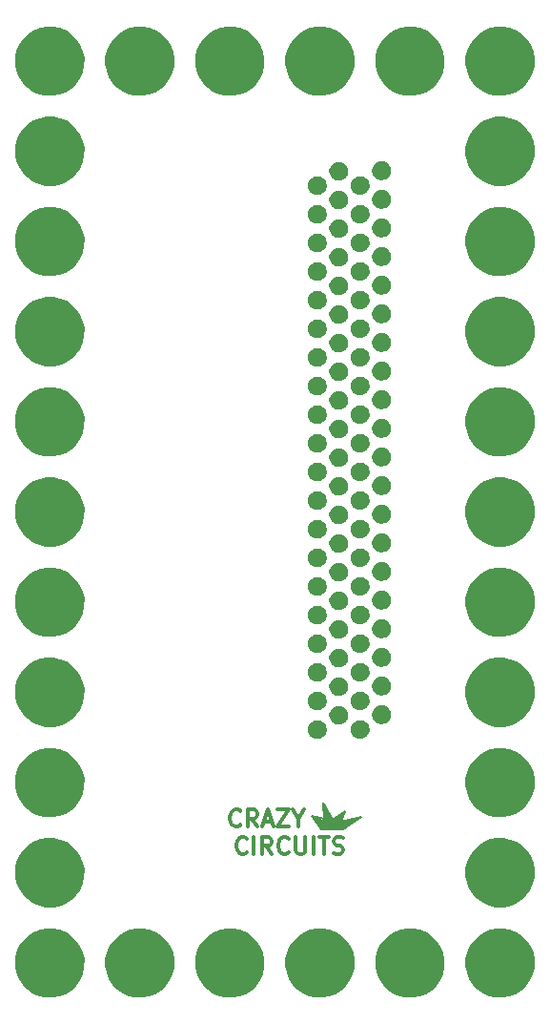
<source format=gts>
%TF.GenerationSoftware,KiCad,Pcbnew,4.0.7-e2-6376~58~ubuntu16.04.1*%
%TF.CreationDate,2018-02-09T09:37:37-08:00*%
%TF.ProjectId,6x11-Microbit-Breakout,367831312D4D6963726F6269742D4272,1.0*%
%TF.FileFunction,Soldermask,Top*%
%FSLAX46Y46*%
G04 Gerber Fmt 4.6, Leading zero omitted, Abs format (unit mm)*
G04 Created by KiCad (PCBNEW 4.0.7-e2-6376~58~ubuntu16.04.1) date Fri Feb  9 09:37:37 2018*
%MOMM*%
%LPD*%
G01*
G04 APERTURE LIST*
%ADD10C,0.350000*%
%ADD11C,0.300000*%
%ADD12C,0.152400*%
%ADD13C,0.254000*%
G04 APERTURE END LIST*
D10*
D11*
X74715372Y-98452714D02*
X74643943Y-98524143D01*
X74429657Y-98595571D01*
X74286800Y-98595571D01*
X74072515Y-98524143D01*
X73929657Y-98381286D01*
X73858229Y-98238429D01*
X73786800Y-97952714D01*
X73786800Y-97738429D01*
X73858229Y-97452714D01*
X73929657Y-97309857D01*
X74072515Y-97167000D01*
X74286800Y-97095571D01*
X74429657Y-97095571D01*
X74643943Y-97167000D01*
X74715372Y-97238429D01*
X75358229Y-98595571D02*
X75358229Y-97095571D01*
X76929658Y-98595571D02*
X76429658Y-97881286D01*
X76072515Y-98595571D02*
X76072515Y-97095571D01*
X76643943Y-97095571D01*
X76786801Y-97167000D01*
X76858229Y-97238429D01*
X76929658Y-97381286D01*
X76929658Y-97595571D01*
X76858229Y-97738429D01*
X76786801Y-97809857D01*
X76643943Y-97881286D01*
X76072515Y-97881286D01*
X78429658Y-98452714D02*
X78358229Y-98524143D01*
X78143943Y-98595571D01*
X78001086Y-98595571D01*
X77786801Y-98524143D01*
X77643943Y-98381286D01*
X77572515Y-98238429D01*
X77501086Y-97952714D01*
X77501086Y-97738429D01*
X77572515Y-97452714D01*
X77643943Y-97309857D01*
X77786801Y-97167000D01*
X78001086Y-97095571D01*
X78143943Y-97095571D01*
X78358229Y-97167000D01*
X78429658Y-97238429D01*
X79072515Y-97095571D02*
X79072515Y-98309857D01*
X79143943Y-98452714D01*
X79215372Y-98524143D01*
X79358229Y-98595571D01*
X79643943Y-98595571D01*
X79786801Y-98524143D01*
X79858229Y-98452714D01*
X79929658Y-98309857D01*
X79929658Y-97095571D01*
X80643944Y-98595571D02*
X80643944Y-97095571D01*
X81143944Y-97095571D02*
X82001087Y-97095571D01*
X81572516Y-98595571D02*
X81572516Y-97095571D01*
X82429658Y-98524143D02*
X82643944Y-98595571D01*
X83001087Y-98595571D01*
X83143944Y-98524143D01*
X83215373Y-98452714D01*
X83286801Y-98309857D01*
X83286801Y-98167000D01*
X83215373Y-98024143D01*
X83143944Y-97952714D01*
X83001087Y-97881286D01*
X82715373Y-97809857D01*
X82572515Y-97738429D01*
X82501087Y-97667000D01*
X82429658Y-97524143D01*
X82429658Y-97381286D01*
X82501087Y-97238429D01*
X82572515Y-97167000D01*
X82715373Y-97095571D01*
X83072515Y-97095571D01*
X83286801Y-97167000D01*
X74168287Y-96014314D02*
X74096858Y-96085743D01*
X73882572Y-96157171D01*
X73739715Y-96157171D01*
X73525430Y-96085743D01*
X73382572Y-95942886D01*
X73311144Y-95800029D01*
X73239715Y-95514314D01*
X73239715Y-95300029D01*
X73311144Y-95014314D01*
X73382572Y-94871457D01*
X73525430Y-94728600D01*
X73739715Y-94657171D01*
X73882572Y-94657171D01*
X74096858Y-94728600D01*
X74168287Y-94800029D01*
X75668287Y-96157171D02*
X75168287Y-95442886D01*
X74811144Y-96157171D02*
X74811144Y-94657171D01*
X75382572Y-94657171D01*
X75525430Y-94728600D01*
X75596858Y-94800029D01*
X75668287Y-94942886D01*
X75668287Y-95157171D01*
X75596858Y-95300029D01*
X75525430Y-95371457D01*
X75382572Y-95442886D01*
X74811144Y-95442886D01*
X76239715Y-95728600D02*
X76954001Y-95728600D01*
X76096858Y-96157171D02*
X76596858Y-94657171D01*
X77096858Y-96157171D01*
X77454001Y-94657171D02*
X78454001Y-94657171D01*
X77454001Y-96157171D01*
X78454001Y-96157171D01*
X79311143Y-95442886D02*
X79311143Y-96157171D01*
X78811143Y-94657171D02*
X79311143Y-95442886D01*
X79811143Y-94657171D01*
D12*
X84429600Y-95389700D02*
X83286600Y-96342200D01*
X83096100Y-96342200D02*
X84429600Y-95389700D01*
X84048600Y-95516700D02*
X83096100Y-96342200D01*
X82969100Y-96278700D02*
X84048600Y-95516700D01*
X83858100Y-95580200D02*
X82969100Y-96278700D01*
X82715100Y-96342200D02*
X83858100Y-95580200D01*
X83540600Y-95707200D02*
X82715100Y-96342200D01*
X82588100Y-96278700D02*
X83540600Y-95707200D01*
X83350100Y-95707200D02*
X82588100Y-96278700D01*
X82588100Y-96151700D02*
X83350100Y-95707200D01*
X83096100Y-95707200D02*
X82588100Y-96151700D01*
X82524600Y-96024700D02*
X83096100Y-95707200D01*
X83096100Y-95516700D02*
X82524600Y-96024700D01*
X83096100Y-95389700D02*
X82461100Y-95897700D01*
X83223100Y-95199200D02*
X82397600Y-95770700D01*
X83223100Y-95072200D02*
X82397600Y-95643700D01*
D13*
X81381600Y-96278700D02*
X80746600Y-95389700D01*
D12*
X83286600Y-96405700D02*
X81318100Y-96405700D01*
X84874100Y-95262700D02*
X83286600Y-96405700D01*
X83096100Y-95707200D02*
X84874100Y-95262700D01*
X83413600Y-94818200D02*
X83096100Y-95707200D01*
X82334100Y-95516700D02*
X83413600Y-94818200D01*
X81508600Y-94056200D02*
X82334100Y-95580200D01*
X81572100Y-95453200D02*
X81508600Y-94056200D01*
X80492600Y-95199200D02*
X81572100Y-95453200D01*
X81318100Y-96405700D02*
X80492600Y-95199200D01*
D13*
X81572100Y-96278700D02*
X80937100Y-95389700D01*
X81762600Y-96278700D02*
X81191100Y-95453200D01*
X81889600Y-96278700D02*
X81445100Y-95516700D01*
X82143600Y-96278700D02*
X81699100Y-95453200D01*
X82334100Y-96278700D02*
X81762600Y-95199200D01*
X82524600Y-96278700D02*
X81635600Y-94564200D01*
X81699100Y-95262700D02*
X81635600Y-94437200D01*
D10*
G36*
X73538310Y-105183047D02*
X74129255Y-105304351D01*
X74685398Y-105538132D01*
X75185534Y-105875478D01*
X75610621Y-106303543D01*
X75944466Y-106806021D01*
X76174356Y-107363776D01*
X76291464Y-107955214D01*
X76291464Y-107955224D01*
X76291531Y-107955563D01*
X76281910Y-108644616D01*
X76281833Y-108644954D01*
X76281833Y-108644962D01*
X76148257Y-109232901D01*
X75902885Y-109784016D01*
X75555137Y-110276978D01*
X75118262Y-110693009D01*
X74608900Y-111016261D01*
X74046454Y-111234419D01*
X73452347Y-111339176D01*
X72849203Y-111326542D01*
X72260000Y-111196997D01*
X71707182Y-110955477D01*
X71211807Y-110611182D01*
X70792737Y-110177223D01*
X70465938Y-109670130D01*
X70243856Y-109109214D01*
X70134955Y-108515858D01*
X70143377Y-107912641D01*
X70268806Y-107322547D01*
X70506459Y-106768058D01*
X70847291Y-106270288D01*
X71278312Y-105848200D01*
X71783113Y-105517868D01*
X72342459Y-105291877D01*
X72935045Y-105178836D01*
X73538310Y-105183047D01*
X73538310Y-105183047D01*
G37*
G36*
X65538310Y-105183047D02*
X66129255Y-105304351D01*
X66685398Y-105538132D01*
X67185534Y-105875478D01*
X67610621Y-106303543D01*
X67944466Y-106806021D01*
X68174356Y-107363776D01*
X68291464Y-107955214D01*
X68291464Y-107955224D01*
X68291531Y-107955563D01*
X68281910Y-108644616D01*
X68281833Y-108644954D01*
X68281833Y-108644962D01*
X68148257Y-109232901D01*
X67902885Y-109784016D01*
X67555137Y-110276978D01*
X67118262Y-110693009D01*
X66608900Y-111016261D01*
X66046454Y-111234419D01*
X65452347Y-111339176D01*
X64849203Y-111326542D01*
X64260000Y-111196997D01*
X63707182Y-110955477D01*
X63211807Y-110611182D01*
X62792737Y-110177223D01*
X62465938Y-109670130D01*
X62243856Y-109109214D01*
X62134955Y-108515858D01*
X62143377Y-107912641D01*
X62268806Y-107322547D01*
X62506459Y-106768058D01*
X62847291Y-106270288D01*
X63278312Y-105848200D01*
X63783113Y-105517868D01*
X64342459Y-105291877D01*
X64935045Y-105178836D01*
X65538310Y-105183047D01*
X65538310Y-105183047D01*
G37*
G36*
X57538310Y-105183047D02*
X58129255Y-105304351D01*
X58685398Y-105538132D01*
X59185534Y-105875478D01*
X59610621Y-106303543D01*
X59944466Y-106806021D01*
X60174356Y-107363776D01*
X60291464Y-107955214D01*
X60291464Y-107955224D01*
X60291531Y-107955563D01*
X60281910Y-108644616D01*
X60281833Y-108644954D01*
X60281833Y-108644962D01*
X60148257Y-109232901D01*
X59902885Y-109784016D01*
X59555137Y-110276978D01*
X59118262Y-110693009D01*
X58608900Y-111016261D01*
X58046454Y-111234419D01*
X57452347Y-111339176D01*
X56849203Y-111326542D01*
X56260000Y-111196997D01*
X55707182Y-110955477D01*
X55211807Y-110611182D01*
X54792737Y-110177223D01*
X54465938Y-109670130D01*
X54243856Y-109109214D01*
X54134955Y-108515858D01*
X54143377Y-107912641D01*
X54268806Y-107322547D01*
X54506459Y-106768058D01*
X54847291Y-106270288D01*
X55278312Y-105848200D01*
X55783113Y-105517868D01*
X56342459Y-105291877D01*
X56935045Y-105178836D01*
X57538310Y-105183047D01*
X57538310Y-105183047D01*
G37*
G36*
X97537310Y-105183047D02*
X98128255Y-105304351D01*
X98684398Y-105538132D01*
X99184534Y-105875478D01*
X99609621Y-106303543D01*
X99943466Y-106806021D01*
X100173356Y-107363776D01*
X100290464Y-107955214D01*
X100290464Y-107955224D01*
X100290531Y-107955563D01*
X100280910Y-108644616D01*
X100280833Y-108644954D01*
X100280833Y-108644962D01*
X100147257Y-109232901D01*
X99901885Y-109784016D01*
X99554137Y-110276978D01*
X99117262Y-110693009D01*
X98607900Y-111016261D01*
X98045454Y-111234419D01*
X97451347Y-111339176D01*
X96848203Y-111326542D01*
X96259000Y-111196997D01*
X95706182Y-110955477D01*
X95210807Y-110611182D01*
X94791737Y-110177223D01*
X94464938Y-109670130D01*
X94242856Y-109109214D01*
X94133955Y-108515858D01*
X94142377Y-107912641D01*
X94267806Y-107322547D01*
X94505459Y-106768058D01*
X94846291Y-106270288D01*
X95277312Y-105848200D01*
X95782113Y-105517868D01*
X96341459Y-105291877D01*
X96934045Y-105178836D01*
X97537310Y-105183047D01*
X97537310Y-105183047D01*
G37*
G36*
X81538310Y-105183047D02*
X82129255Y-105304351D01*
X82685398Y-105538132D01*
X83185534Y-105875478D01*
X83610621Y-106303543D01*
X83944466Y-106806021D01*
X84174356Y-107363776D01*
X84291464Y-107955214D01*
X84291464Y-107955224D01*
X84291531Y-107955563D01*
X84281910Y-108644616D01*
X84281833Y-108644954D01*
X84281833Y-108644962D01*
X84148257Y-109232901D01*
X83902885Y-109784016D01*
X83555137Y-110276978D01*
X83118262Y-110693009D01*
X82608900Y-111016261D01*
X82046454Y-111234419D01*
X81452347Y-111339176D01*
X80849203Y-111326542D01*
X80260000Y-111196997D01*
X79707182Y-110955477D01*
X79211807Y-110611182D01*
X78792737Y-110177223D01*
X78465938Y-109670130D01*
X78243856Y-109109214D01*
X78134955Y-108515858D01*
X78143377Y-107912641D01*
X78268806Y-107322547D01*
X78506459Y-106768058D01*
X78847291Y-106270288D01*
X79278312Y-105848200D01*
X79783113Y-105517868D01*
X80342459Y-105291877D01*
X80935045Y-105178836D01*
X81538310Y-105183047D01*
X81538310Y-105183047D01*
G37*
G36*
X89538310Y-105183047D02*
X90129255Y-105304351D01*
X90685398Y-105538132D01*
X91185534Y-105875478D01*
X91610621Y-106303543D01*
X91944466Y-106806021D01*
X92174356Y-107363776D01*
X92291464Y-107955214D01*
X92291464Y-107955224D01*
X92291531Y-107955563D01*
X92281910Y-108644616D01*
X92281833Y-108644954D01*
X92281833Y-108644962D01*
X92148257Y-109232901D01*
X91902885Y-109784016D01*
X91555137Y-110276978D01*
X91118262Y-110693009D01*
X90608900Y-111016261D01*
X90046454Y-111234419D01*
X89452347Y-111339176D01*
X88849203Y-111326542D01*
X88260000Y-111196997D01*
X87707182Y-110955477D01*
X87211807Y-110611182D01*
X86792737Y-110177223D01*
X86465938Y-109670130D01*
X86243856Y-109109214D01*
X86134955Y-108515858D01*
X86143377Y-107912641D01*
X86268806Y-107322547D01*
X86506459Y-106768058D01*
X86847291Y-106270288D01*
X87278312Y-105848200D01*
X87783113Y-105517868D01*
X88342459Y-105291877D01*
X88935045Y-105178836D01*
X89538310Y-105183047D01*
X89538310Y-105183047D01*
G37*
G36*
X97538310Y-97183047D02*
X98129255Y-97304351D01*
X98685398Y-97538132D01*
X99185534Y-97875478D01*
X99610621Y-98303543D01*
X99944466Y-98806021D01*
X100174356Y-99363776D01*
X100291464Y-99955214D01*
X100291464Y-99955224D01*
X100291531Y-99955563D01*
X100281910Y-100644616D01*
X100281833Y-100644954D01*
X100281833Y-100644962D01*
X100148257Y-101232901D01*
X99902885Y-101784016D01*
X99555137Y-102276978D01*
X99118262Y-102693009D01*
X98608900Y-103016261D01*
X98046454Y-103234419D01*
X97452347Y-103339176D01*
X96849203Y-103326542D01*
X96260000Y-103196997D01*
X95707182Y-102955477D01*
X95211807Y-102611182D01*
X94792737Y-102177223D01*
X94465938Y-101670130D01*
X94243856Y-101109214D01*
X94134955Y-100515858D01*
X94143377Y-99912641D01*
X94268806Y-99322547D01*
X94506459Y-98768058D01*
X94847291Y-98270288D01*
X95278312Y-97848200D01*
X95783113Y-97517868D01*
X96342459Y-97291877D01*
X96935045Y-97178836D01*
X97538310Y-97183047D01*
X97538310Y-97183047D01*
G37*
G36*
X57538310Y-97183047D02*
X58129255Y-97304351D01*
X58685398Y-97538132D01*
X59185534Y-97875478D01*
X59610621Y-98303543D01*
X59944466Y-98806021D01*
X60174356Y-99363776D01*
X60291464Y-99955214D01*
X60291464Y-99955224D01*
X60291531Y-99955563D01*
X60281910Y-100644616D01*
X60281833Y-100644954D01*
X60281833Y-100644962D01*
X60148257Y-101232901D01*
X59902885Y-101784016D01*
X59555137Y-102276978D01*
X59118262Y-102693009D01*
X58608900Y-103016261D01*
X58046454Y-103234419D01*
X57452347Y-103339176D01*
X56849203Y-103326542D01*
X56260000Y-103196997D01*
X55707182Y-102955477D01*
X55211807Y-102611182D01*
X54792737Y-102177223D01*
X54465938Y-101670130D01*
X54243856Y-101109214D01*
X54134955Y-100515858D01*
X54143377Y-99912641D01*
X54268806Y-99322547D01*
X54506459Y-98768058D01*
X54847291Y-98270288D01*
X55278312Y-97848200D01*
X55783113Y-97517868D01*
X56342459Y-97291877D01*
X56935045Y-97178836D01*
X57538310Y-97183047D01*
X57538310Y-97183047D01*
G37*
G36*
X57538310Y-89183047D02*
X58129255Y-89304351D01*
X58685398Y-89538132D01*
X59185534Y-89875478D01*
X59610621Y-90303543D01*
X59944466Y-90806021D01*
X60174356Y-91363776D01*
X60291464Y-91955214D01*
X60291464Y-91955224D01*
X60291531Y-91955563D01*
X60281910Y-92644616D01*
X60281833Y-92644954D01*
X60281833Y-92644962D01*
X60148257Y-93232901D01*
X59902885Y-93784016D01*
X59555137Y-94276978D01*
X59118262Y-94693009D01*
X58608900Y-95016261D01*
X58046454Y-95234419D01*
X57452347Y-95339176D01*
X56849203Y-95326542D01*
X56260000Y-95196997D01*
X55707182Y-94955477D01*
X55211807Y-94611182D01*
X54792737Y-94177223D01*
X54465938Y-93670130D01*
X54243856Y-93109214D01*
X54134955Y-92515858D01*
X54143377Y-91912641D01*
X54268806Y-91322547D01*
X54506459Y-90768058D01*
X54847291Y-90270288D01*
X55278312Y-89848200D01*
X55783113Y-89517868D01*
X56342459Y-89291877D01*
X56935045Y-89178836D01*
X57538310Y-89183047D01*
X57538310Y-89183047D01*
G37*
G36*
X97538310Y-89183047D02*
X98129255Y-89304351D01*
X98685398Y-89538132D01*
X99185534Y-89875478D01*
X99610621Y-90303543D01*
X99944466Y-90806021D01*
X100174356Y-91363776D01*
X100291464Y-91955214D01*
X100291464Y-91955224D01*
X100291531Y-91955563D01*
X100281910Y-92644616D01*
X100281833Y-92644954D01*
X100281833Y-92644962D01*
X100148257Y-93232901D01*
X99902885Y-93784016D01*
X99555137Y-94276978D01*
X99118262Y-94693009D01*
X98608900Y-95016261D01*
X98046454Y-95234419D01*
X97452347Y-95339176D01*
X96849203Y-95326542D01*
X96260000Y-95196997D01*
X95707182Y-94955477D01*
X95211807Y-94611182D01*
X94792737Y-94177223D01*
X94465938Y-93670130D01*
X94243856Y-93109214D01*
X94134955Y-92515858D01*
X94143377Y-91912641D01*
X94268806Y-91322547D01*
X94506459Y-90768058D01*
X94847291Y-90270288D01*
X95278312Y-89848200D01*
X95783113Y-89517868D01*
X96342459Y-89291877D01*
X96935045Y-89178836D01*
X97538310Y-89183047D01*
X97538310Y-89183047D01*
G37*
G36*
X81073243Y-86714557D02*
X81234258Y-86747609D01*
X81385801Y-86811311D01*
X81522073Y-86903229D01*
X81637906Y-87019872D01*
X81728868Y-87156782D01*
X81791510Y-87308763D01*
X81823368Y-87469656D01*
X81823368Y-87469666D01*
X81823436Y-87470010D01*
X81820815Y-87657763D01*
X81820737Y-87658106D01*
X81820737Y-87658109D01*
X81784397Y-87818061D01*
X81717540Y-87968225D01*
X81622784Y-88102547D01*
X81503745Y-88215908D01*
X81364953Y-88303988D01*
X81211699Y-88363431D01*
X81049819Y-88391975D01*
X80885473Y-88388532D01*
X80724928Y-88353235D01*
X80574294Y-88287424D01*
X80439318Y-88193613D01*
X80325130Y-88075368D01*
X80236083Y-87937194D01*
X80175569Y-87784353D01*
X80145897Y-87622681D01*
X80148191Y-87458316D01*
X80182369Y-87297526D01*
X80247123Y-87146440D01*
X80339994Y-87010807D01*
X80457437Y-86895798D01*
X80594986Y-86805788D01*
X80747397Y-86744210D01*
X80908862Y-86713409D01*
X81073243Y-86714557D01*
X81073243Y-86714557D01*
G37*
G36*
X84873243Y-86714557D02*
X85034258Y-86747609D01*
X85185801Y-86811311D01*
X85322073Y-86903229D01*
X85437906Y-87019872D01*
X85528868Y-87156782D01*
X85591510Y-87308763D01*
X85623368Y-87469656D01*
X85623368Y-87469666D01*
X85623436Y-87470010D01*
X85620815Y-87657763D01*
X85620737Y-87658106D01*
X85620737Y-87658109D01*
X85584397Y-87818061D01*
X85517540Y-87968225D01*
X85422784Y-88102547D01*
X85303745Y-88215908D01*
X85164953Y-88303988D01*
X85011699Y-88363431D01*
X84849819Y-88391975D01*
X84685473Y-88388532D01*
X84524928Y-88353235D01*
X84374294Y-88287424D01*
X84239318Y-88193613D01*
X84125130Y-88075368D01*
X84036083Y-87937194D01*
X83975569Y-87784353D01*
X83945897Y-87622681D01*
X83948191Y-87458316D01*
X83982369Y-87297526D01*
X84047123Y-87146440D01*
X84139994Y-87010807D01*
X84257437Y-86895798D01*
X84394986Y-86805788D01*
X84547397Y-86744210D01*
X84708862Y-86713409D01*
X84873243Y-86714557D01*
X84873243Y-86714557D01*
G37*
G36*
X97538310Y-81183047D02*
X98129255Y-81304351D01*
X98685398Y-81538132D01*
X99185534Y-81875478D01*
X99610621Y-82303543D01*
X99944466Y-82806021D01*
X100174356Y-83363776D01*
X100291464Y-83955214D01*
X100291464Y-83955224D01*
X100291531Y-83955563D01*
X100281910Y-84644616D01*
X100281833Y-84644954D01*
X100281833Y-84644962D01*
X100148257Y-85232901D01*
X99902885Y-85784016D01*
X99555137Y-86276978D01*
X99118262Y-86693009D01*
X98608900Y-87016261D01*
X98046454Y-87234419D01*
X97452347Y-87339176D01*
X96849203Y-87326542D01*
X96260000Y-87196997D01*
X95707182Y-86955477D01*
X95211807Y-86611182D01*
X94792737Y-86177223D01*
X94465938Y-85670130D01*
X94243856Y-85109214D01*
X94134955Y-84515858D01*
X94143377Y-83912641D01*
X94268806Y-83322547D01*
X94506459Y-82768058D01*
X94847291Y-82270288D01*
X95278312Y-81848200D01*
X95783113Y-81517868D01*
X96342459Y-81291877D01*
X96935045Y-81178836D01*
X97538310Y-81183047D01*
X97538310Y-81183047D01*
G37*
G36*
X57538310Y-81183047D02*
X58129255Y-81304351D01*
X58685398Y-81538132D01*
X59185534Y-81875478D01*
X59610621Y-82303543D01*
X59944466Y-82806021D01*
X60174356Y-83363776D01*
X60291464Y-83955214D01*
X60291464Y-83955224D01*
X60291531Y-83955563D01*
X60281910Y-84644616D01*
X60281833Y-84644954D01*
X60281833Y-84644962D01*
X60148257Y-85232901D01*
X59902885Y-85784016D01*
X59555137Y-86276978D01*
X59118262Y-86693009D01*
X58608900Y-87016261D01*
X58046454Y-87234419D01*
X57452347Y-87339176D01*
X56849203Y-87326542D01*
X56260000Y-87196997D01*
X55707182Y-86955477D01*
X55211807Y-86611182D01*
X54792737Y-86177223D01*
X54465938Y-85670130D01*
X54243856Y-85109214D01*
X54134955Y-84515858D01*
X54143377Y-83912641D01*
X54268806Y-83322547D01*
X54506459Y-82768058D01*
X54847291Y-82270288D01*
X55278312Y-81848200D01*
X55783113Y-81517868D01*
X56342459Y-81291877D01*
X56935045Y-81178836D01*
X57538310Y-81183047D01*
X57538310Y-81183047D01*
G37*
G36*
X82973243Y-85444557D02*
X83134258Y-85477609D01*
X83285801Y-85541311D01*
X83422073Y-85633229D01*
X83537906Y-85749872D01*
X83628868Y-85886782D01*
X83691510Y-86038763D01*
X83723368Y-86199656D01*
X83723368Y-86199666D01*
X83723436Y-86200010D01*
X83720815Y-86387763D01*
X83720737Y-86388106D01*
X83720737Y-86388109D01*
X83684397Y-86548061D01*
X83617540Y-86698225D01*
X83522784Y-86832547D01*
X83403745Y-86945908D01*
X83264953Y-87033988D01*
X83111699Y-87093431D01*
X82949819Y-87121975D01*
X82785473Y-87118532D01*
X82624928Y-87083235D01*
X82474294Y-87017424D01*
X82339318Y-86923613D01*
X82225130Y-86805368D01*
X82136083Y-86667194D01*
X82075569Y-86514353D01*
X82045897Y-86352681D01*
X82048191Y-86188316D01*
X82082369Y-86027526D01*
X82147123Y-85876440D01*
X82239994Y-85740807D01*
X82357437Y-85625798D01*
X82494986Y-85535788D01*
X82647397Y-85474210D01*
X82808862Y-85443409D01*
X82973243Y-85444557D01*
X82973243Y-85444557D01*
G37*
G36*
X86773243Y-85394557D02*
X86934258Y-85427609D01*
X87085801Y-85491311D01*
X87222073Y-85583229D01*
X87337906Y-85699872D01*
X87428868Y-85836782D01*
X87491510Y-85988763D01*
X87523368Y-86149656D01*
X87523368Y-86149666D01*
X87523436Y-86150010D01*
X87520815Y-86337763D01*
X87520737Y-86338106D01*
X87520737Y-86338109D01*
X87484397Y-86498061D01*
X87417540Y-86648225D01*
X87322784Y-86782547D01*
X87203745Y-86895908D01*
X87064953Y-86983988D01*
X86911699Y-87043431D01*
X86749819Y-87071975D01*
X86585473Y-87068532D01*
X86424928Y-87033235D01*
X86274294Y-86967424D01*
X86139318Y-86873613D01*
X86025130Y-86755368D01*
X85936083Y-86617194D01*
X85875569Y-86464353D01*
X85845897Y-86302681D01*
X85848191Y-86138316D01*
X85882369Y-85977526D01*
X85947123Y-85826440D01*
X86039994Y-85690807D01*
X86157437Y-85575798D01*
X86294986Y-85485788D01*
X86447397Y-85424210D01*
X86608862Y-85393409D01*
X86773243Y-85394557D01*
X86773243Y-85394557D01*
G37*
G36*
X81073243Y-84174557D02*
X81234258Y-84207609D01*
X81385801Y-84271311D01*
X81522073Y-84363229D01*
X81637906Y-84479872D01*
X81728868Y-84616782D01*
X81791510Y-84768763D01*
X81823368Y-84929656D01*
X81823368Y-84929666D01*
X81823436Y-84930010D01*
X81820815Y-85117763D01*
X81820737Y-85118106D01*
X81820737Y-85118109D01*
X81784397Y-85278061D01*
X81717540Y-85428225D01*
X81622784Y-85562547D01*
X81503745Y-85675908D01*
X81364953Y-85763988D01*
X81211699Y-85823431D01*
X81049819Y-85851975D01*
X80885473Y-85848532D01*
X80724928Y-85813235D01*
X80574294Y-85747424D01*
X80439318Y-85653613D01*
X80325130Y-85535368D01*
X80236083Y-85397194D01*
X80175569Y-85244353D01*
X80145897Y-85082681D01*
X80148191Y-84918316D01*
X80182369Y-84757526D01*
X80247123Y-84606440D01*
X80339994Y-84470807D01*
X80457437Y-84355798D01*
X80594986Y-84265788D01*
X80747397Y-84204210D01*
X80908862Y-84173409D01*
X81073243Y-84174557D01*
X81073243Y-84174557D01*
G37*
G36*
X84873243Y-84174557D02*
X85034258Y-84207609D01*
X85185801Y-84271311D01*
X85322073Y-84363229D01*
X85437906Y-84479872D01*
X85528868Y-84616782D01*
X85591510Y-84768763D01*
X85623368Y-84929656D01*
X85623368Y-84929666D01*
X85623436Y-84930010D01*
X85620815Y-85117763D01*
X85620737Y-85118106D01*
X85620737Y-85118109D01*
X85584397Y-85278061D01*
X85517540Y-85428225D01*
X85422784Y-85562547D01*
X85303745Y-85675908D01*
X85164953Y-85763988D01*
X85011699Y-85823431D01*
X84849819Y-85851975D01*
X84685473Y-85848532D01*
X84524928Y-85813235D01*
X84374294Y-85747424D01*
X84239318Y-85653613D01*
X84125130Y-85535368D01*
X84036083Y-85397194D01*
X83975569Y-85244353D01*
X83945897Y-85082681D01*
X83948191Y-84918316D01*
X83982369Y-84757526D01*
X84047123Y-84606440D01*
X84139994Y-84470807D01*
X84257437Y-84355798D01*
X84394986Y-84265788D01*
X84547397Y-84204210D01*
X84708862Y-84173409D01*
X84873243Y-84174557D01*
X84873243Y-84174557D01*
G37*
G36*
X82973243Y-82904557D02*
X83134258Y-82937609D01*
X83285801Y-83001311D01*
X83422073Y-83093229D01*
X83537906Y-83209872D01*
X83628868Y-83346782D01*
X83691510Y-83498763D01*
X83723368Y-83659656D01*
X83723368Y-83659666D01*
X83723436Y-83660010D01*
X83720815Y-83847763D01*
X83720737Y-83848106D01*
X83720737Y-83848109D01*
X83684397Y-84008061D01*
X83617540Y-84158225D01*
X83522784Y-84292547D01*
X83403745Y-84405908D01*
X83264953Y-84493988D01*
X83111699Y-84553431D01*
X82949819Y-84581975D01*
X82785473Y-84578532D01*
X82624928Y-84543235D01*
X82474294Y-84477424D01*
X82339318Y-84383613D01*
X82225130Y-84265368D01*
X82136083Y-84127194D01*
X82075569Y-83974353D01*
X82045897Y-83812681D01*
X82048191Y-83648316D01*
X82082369Y-83487526D01*
X82147123Y-83336440D01*
X82239994Y-83200807D01*
X82357437Y-83085798D01*
X82494986Y-82995788D01*
X82647397Y-82934210D01*
X82808862Y-82903409D01*
X82973243Y-82904557D01*
X82973243Y-82904557D01*
G37*
G36*
X86773243Y-82854557D02*
X86934258Y-82887609D01*
X87085801Y-82951311D01*
X87222073Y-83043229D01*
X87337906Y-83159872D01*
X87428868Y-83296782D01*
X87491510Y-83448763D01*
X87523368Y-83609656D01*
X87523368Y-83609666D01*
X87523436Y-83610010D01*
X87520815Y-83797763D01*
X87520737Y-83798106D01*
X87520737Y-83798109D01*
X87484397Y-83958061D01*
X87417540Y-84108225D01*
X87322784Y-84242547D01*
X87203745Y-84355908D01*
X87064953Y-84443988D01*
X86911699Y-84503431D01*
X86749819Y-84531975D01*
X86585473Y-84528532D01*
X86424928Y-84493235D01*
X86274294Y-84427424D01*
X86139318Y-84333613D01*
X86025130Y-84215368D01*
X85936083Y-84077194D01*
X85875569Y-83924353D01*
X85845897Y-83762681D01*
X85848191Y-83598316D01*
X85882369Y-83437526D01*
X85947123Y-83286440D01*
X86039994Y-83150807D01*
X86157437Y-83035798D01*
X86294986Y-82945788D01*
X86447397Y-82884210D01*
X86608862Y-82853409D01*
X86773243Y-82854557D01*
X86773243Y-82854557D01*
G37*
G36*
X84873243Y-81634557D02*
X85034258Y-81667609D01*
X85185801Y-81731311D01*
X85322073Y-81823229D01*
X85437906Y-81939872D01*
X85528868Y-82076782D01*
X85591510Y-82228763D01*
X85623368Y-82389656D01*
X85623368Y-82389666D01*
X85623436Y-82390010D01*
X85620815Y-82577763D01*
X85620737Y-82578106D01*
X85620737Y-82578109D01*
X85584397Y-82738061D01*
X85517540Y-82888225D01*
X85422784Y-83022547D01*
X85303745Y-83135908D01*
X85164953Y-83223988D01*
X85011699Y-83283431D01*
X84849819Y-83311975D01*
X84685473Y-83308532D01*
X84524928Y-83273235D01*
X84374294Y-83207424D01*
X84239318Y-83113613D01*
X84125130Y-82995368D01*
X84036083Y-82857194D01*
X83975569Y-82704353D01*
X83945897Y-82542681D01*
X83948191Y-82378316D01*
X83982369Y-82217526D01*
X84047123Y-82066440D01*
X84139994Y-81930807D01*
X84257437Y-81815798D01*
X84394986Y-81725788D01*
X84547397Y-81664210D01*
X84708862Y-81633409D01*
X84873243Y-81634557D01*
X84873243Y-81634557D01*
G37*
G36*
X81073243Y-81634557D02*
X81234258Y-81667609D01*
X81385801Y-81731311D01*
X81522073Y-81823229D01*
X81637906Y-81939872D01*
X81728868Y-82076782D01*
X81791510Y-82228763D01*
X81823368Y-82389656D01*
X81823368Y-82389666D01*
X81823436Y-82390010D01*
X81820815Y-82577763D01*
X81820737Y-82578106D01*
X81820737Y-82578109D01*
X81784397Y-82738061D01*
X81717540Y-82888225D01*
X81622784Y-83022547D01*
X81503745Y-83135908D01*
X81364953Y-83223988D01*
X81211699Y-83283431D01*
X81049819Y-83311975D01*
X80885473Y-83308532D01*
X80724928Y-83273235D01*
X80574294Y-83207424D01*
X80439318Y-83113613D01*
X80325130Y-82995368D01*
X80236083Y-82857194D01*
X80175569Y-82704353D01*
X80145897Y-82542681D01*
X80148191Y-82378316D01*
X80182369Y-82217526D01*
X80247123Y-82066440D01*
X80339994Y-81930807D01*
X80457437Y-81815798D01*
X80594986Y-81725788D01*
X80747397Y-81664210D01*
X80908862Y-81633409D01*
X81073243Y-81634557D01*
X81073243Y-81634557D01*
G37*
G36*
X82973243Y-80364557D02*
X83134258Y-80397609D01*
X83285801Y-80461311D01*
X83422073Y-80553229D01*
X83537906Y-80669872D01*
X83628868Y-80806782D01*
X83691510Y-80958763D01*
X83723368Y-81119656D01*
X83723368Y-81119666D01*
X83723436Y-81120010D01*
X83720815Y-81307763D01*
X83720737Y-81308106D01*
X83720737Y-81308109D01*
X83684397Y-81468061D01*
X83617540Y-81618225D01*
X83522784Y-81752547D01*
X83403745Y-81865908D01*
X83264953Y-81953988D01*
X83111699Y-82013431D01*
X82949819Y-82041975D01*
X82785473Y-82038532D01*
X82624928Y-82003235D01*
X82474294Y-81937424D01*
X82339318Y-81843613D01*
X82225130Y-81725368D01*
X82136083Y-81587194D01*
X82075569Y-81434353D01*
X82045897Y-81272681D01*
X82048191Y-81108316D01*
X82082369Y-80947526D01*
X82147123Y-80796440D01*
X82239994Y-80660807D01*
X82357437Y-80545798D01*
X82494986Y-80455788D01*
X82647397Y-80394210D01*
X82808862Y-80363409D01*
X82973243Y-80364557D01*
X82973243Y-80364557D01*
G37*
G36*
X86773243Y-80314557D02*
X86934258Y-80347609D01*
X87085801Y-80411311D01*
X87222073Y-80503229D01*
X87337906Y-80619872D01*
X87428868Y-80756782D01*
X87491510Y-80908763D01*
X87523368Y-81069656D01*
X87523368Y-81069666D01*
X87523436Y-81070010D01*
X87520815Y-81257763D01*
X87520737Y-81258106D01*
X87520737Y-81258109D01*
X87484397Y-81418061D01*
X87417540Y-81568225D01*
X87322784Y-81702547D01*
X87203745Y-81815908D01*
X87064953Y-81903988D01*
X86911699Y-81963431D01*
X86749819Y-81991975D01*
X86585473Y-81988532D01*
X86424928Y-81953235D01*
X86274294Y-81887424D01*
X86139318Y-81793613D01*
X86025130Y-81675368D01*
X85936083Y-81537194D01*
X85875569Y-81384353D01*
X85845897Y-81222681D01*
X85848191Y-81058316D01*
X85882369Y-80897526D01*
X85947123Y-80746440D01*
X86039994Y-80610807D01*
X86157437Y-80495798D01*
X86294986Y-80405788D01*
X86447397Y-80344210D01*
X86608862Y-80313409D01*
X86773243Y-80314557D01*
X86773243Y-80314557D01*
G37*
G36*
X81073243Y-79094557D02*
X81234258Y-79127609D01*
X81385801Y-79191311D01*
X81522073Y-79283229D01*
X81637906Y-79399872D01*
X81728868Y-79536782D01*
X81791510Y-79688763D01*
X81823368Y-79849656D01*
X81823368Y-79849666D01*
X81823436Y-79850010D01*
X81820815Y-80037763D01*
X81820737Y-80038106D01*
X81820737Y-80038109D01*
X81784397Y-80198061D01*
X81717540Y-80348225D01*
X81622784Y-80482547D01*
X81503745Y-80595908D01*
X81364953Y-80683988D01*
X81211699Y-80743431D01*
X81049819Y-80771975D01*
X80885473Y-80768532D01*
X80724928Y-80733235D01*
X80574294Y-80667424D01*
X80439318Y-80573613D01*
X80325130Y-80455368D01*
X80236083Y-80317194D01*
X80175569Y-80164353D01*
X80145897Y-80002681D01*
X80148191Y-79838316D01*
X80182369Y-79677526D01*
X80247123Y-79526440D01*
X80339994Y-79390807D01*
X80457437Y-79275798D01*
X80594986Y-79185788D01*
X80747397Y-79124210D01*
X80908862Y-79093409D01*
X81073243Y-79094557D01*
X81073243Y-79094557D01*
G37*
G36*
X84873243Y-79094557D02*
X85034258Y-79127609D01*
X85185801Y-79191311D01*
X85322073Y-79283229D01*
X85437906Y-79399872D01*
X85528868Y-79536782D01*
X85591510Y-79688763D01*
X85623368Y-79849656D01*
X85623368Y-79849666D01*
X85623436Y-79850010D01*
X85620815Y-80037763D01*
X85620737Y-80038106D01*
X85620737Y-80038109D01*
X85584397Y-80198061D01*
X85517540Y-80348225D01*
X85422784Y-80482547D01*
X85303745Y-80595908D01*
X85164953Y-80683988D01*
X85011699Y-80743431D01*
X84849819Y-80771975D01*
X84685473Y-80768532D01*
X84524928Y-80733235D01*
X84374294Y-80667424D01*
X84239318Y-80573613D01*
X84125130Y-80455368D01*
X84036083Y-80317194D01*
X83975569Y-80164353D01*
X83945897Y-80002681D01*
X83948191Y-79838316D01*
X83982369Y-79677526D01*
X84047123Y-79526440D01*
X84139994Y-79390807D01*
X84257437Y-79275798D01*
X84394986Y-79185788D01*
X84547397Y-79124210D01*
X84708862Y-79093409D01*
X84873243Y-79094557D01*
X84873243Y-79094557D01*
G37*
G36*
X82973243Y-77824557D02*
X83134258Y-77857609D01*
X83285801Y-77921311D01*
X83422073Y-78013229D01*
X83537906Y-78129872D01*
X83628868Y-78266782D01*
X83691510Y-78418763D01*
X83723368Y-78579656D01*
X83723368Y-78579666D01*
X83723436Y-78580010D01*
X83720815Y-78767763D01*
X83720737Y-78768106D01*
X83720737Y-78768109D01*
X83684397Y-78928061D01*
X83617540Y-79078225D01*
X83522784Y-79212547D01*
X83403745Y-79325908D01*
X83264953Y-79413988D01*
X83111699Y-79473431D01*
X82949819Y-79501975D01*
X82785473Y-79498532D01*
X82624928Y-79463235D01*
X82474294Y-79397424D01*
X82339318Y-79303613D01*
X82225130Y-79185368D01*
X82136083Y-79047194D01*
X82075569Y-78894353D01*
X82045897Y-78732681D01*
X82048191Y-78568316D01*
X82082369Y-78407526D01*
X82147123Y-78256440D01*
X82239994Y-78120807D01*
X82357437Y-78005798D01*
X82494986Y-77915788D01*
X82647397Y-77854210D01*
X82808862Y-77823409D01*
X82973243Y-77824557D01*
X82973243Y-77824557D01*
G37*
G36*
X86773243Y-77774557D02*
X86934258Y-77807609D01*
X87085801Y-77871311D01*
X87222073Y-77963229D01*
X87337906Y-78079872D01*
X87428868Y-78216782D01*
X87491510Y-78368763D01*
X87523368Y-78529656D01*
X87523368Y-78529666D01*
X87523436Y-78530010D01*
X87520815Y-78717763D01*
X87520737Y-78718106D01*
X87520737Y-78718109D01*
X87484397Y-78878061D01*
X87417540Y-79028225D01*
X87322784Y-79162547D01*
X87203745Y-79275908D01*
X87064953Y-79363988D01*
X86911699Y-79423431D01*
X86749819Y-79451975D01*
X86585473Y-79448532D01*
X86424928Y-79413235D01*
X86274294Y-79347424D01*
X86139318Y-79253613D01*
X86025130Y-79135368D01*
X85936083Y-78997194D01*
X85875569Y-78844353D01*
X85845897Y-78682681D01*
X85848191Y-78518316D01*
X85882369Y-78357526D01*
X85947123Y-78206440D01*
X86039994Y-78070807D01*
X86157437Y-77955798D01*
X86294986Y-77865788D01*
X86447397Y-77804210D01*
X86608862Y-77773409D01*
X86773243Y-77774557D01*
X86773243Y-77774557D01*
G37*
G36*
X57538310Y-73183047D02*
X58129255Y-73304351D01*
X58685398Y-73538132D01*
X59185534Y-73875478D01*
X59610621Y-74303543D01*
X59944466Y-74806021D01*
X60174356Y-75363776D01*
X60291464Y-75955214D01*
X60291464Y-75955224D01*
X60291531Y-75955563D01*
X60281910Y-76644616D01*
X60281833Y-76644954D01*
X60281833Y-76644962D01*
X60148257Y-77232901D01*
X59902885Y-77784016D01*
X59555137Y-78276978D01*
X59118262Y-78693009D01*
X58608900Y-79016261D01*
X58046454Y-79234419D01*
X57452347Y-79339176D01*
X56849203Y-79326542D01*
X56260000Y-79196997D01*
X55707182Y-78955477D01*
X55211807Y-78611182D01*
X54792737Y-78177223D01*
X54465938Y-77670130D01*
X54243856Y-77109214D01*
X54134955Y-76515858D01*
X54143377Y-75912641D01*
X54268806Y-75322547D01*
X54506459Y-74768058D01*
X54847291Y-74270288D01*
X55278312Y-73848200D01*
X55783113Y-73517868D01*
X56342459Y-73291877D01*
X56935045Y-73178836D01*
X57538310Y-73183047D01*
X57538310Y-73183047D01*
G37*
G36*
X97537310Y-73183047D02*
X98128255Y-73304351D01*
X98684398Y-73538132D01*
X99184534Y-73875478D01*
X99609621Y-74303543D01*
X99943466Y-74806021D01*
X100173356Y-75363776D01*
X100290464Y-75955214D01*
X100290464Y-75955224D01*
X100290531Y-75955563D01*
X100280910Y-76644616D01*
X100280833Y-76644954D01*
X100280833Y-76644962D01*
X100147257Y-77232901D01*
X99901885Y-77784016D01*
X99554137Y-78276978D01*
X99117262Y-78693009D01*
X98607900Y-79016261D01*
X98045454Y-79234419D01*
X97451347Y-79339176D01*
X96848203Y-79326542D01*
X96259000Y-79196997D01*
X95706182Y-78955477D01*
X95210807Y-78611182D01*
X94791737Y-78177223D01*
X94464938Y-77670130D01*
X94242856Y-77109214D01*
X94133955Y-76515858D01*
X94142377Y-75912641D01*
X94267806Y-75322547D01*
X94505459Y-74768058D01*
X94846291Y-74270288D01*
X95277312Y-73848200D01*
X95782113Y-73517868D01*
X96341459Y-73291877D01*
X96934045Y-73178836D01*
X97537310Y-73183047D01*
X97537310Y-73183047D01*
G37*
G36*
X81073243Y-76554557D02*
X81234258Y-76587609D01*
X81385801Y-76651311D01*
X81522073Y-76743229D01*
X81637906Y-76859872D01*
X81728868Y-76996782D01*
X81791510Y-77148763D01*
X81823368Y-77309656D01*
X81823368Y-77309666D01*
X81823436Y-77310010D01*
X81820815Y-77497763D01*
X81820737Y-77498106D01*
X81820737Y-77498109D01*
X81784397Y-77658061D01*
X81717540Y-77808225D01*
X81622784Y-77942547D01*
X81503745Y-78055908D01*
X81364953Y-78143988D01*
X81211699Y-78203431D01*
X81049819Y-78231975D01*
X80885473Y-78228532D01*
X80724928Y-78193235D01*
X80574294Y-78127424D01*
X80439318Y-78033613D01*
X80325130Y-77915368D01*
X80236083Y-77777194D01*
X80175569Y-77624353D01*
X80145897Y-77462681D01*
X80148191Y-77298316D01*
X80182369Y-77137526D01*
X80247123Y-76986440D01*
X80339994Y-76850807D01*
X80457437Y-76735798D01*
X80594986Y-76645788D01*
X80747397Y-76584210D01*
X80908862Y-76553409D01*
X81073243Y-76554557D01*
X81073243Y-76554557D01*
G37*
G36*
X84873243Y-76554557D02*
X85034258Y-76587609D01*
X85185801Y-76651311D01*
X85322073Y-76743229D01*
X85437906Y-76859872D01*
X85528868Y-76996782D01*
X85591510Y-77148763D01*
X85623368Y-77309656D01*
X85623368Y-77309666D01*
X85623436Y-77310010D01*
X85620815Y-77497763D01*
X85620737Y-77498106D01*
X85620737Y-77498109D01*
X85584397Y-77658061D01*
X85517540Y-77808225D01*
X85422784Y-77942547D01*
X85303745Y-78055908D01*
X85164953Y-78143988D01*
X85011699Y-78203431D01*
X84849819Y-78231975D01*
X84685473Y-78228532D01*
X84524928Y-78193235D01*
X84374294Y-78127424D01*
X84239318Y-78033613D01*
X84125130Y-77915368D01*
X84036083Y-77777194D01*
X83975569Y-77624353D01*
X83945897Y-77462681D01*
X83948191Y-77298316D01*
X83982369Y-77137526D01*
X84047123Y-76986440D01*
X84139994Y-76850807D01*
X84257437Y-76735798D01*
X84394986Y-76645788D01*
X84547397Y-76584210D01*
X84708862Y-76553409D01*
X84873243Y-76554557D01*
X84873243Y-76554557D01*
G37*
G36*
X82973243Y-75284557D02*
X83134258Y-75317609D01*
X83285801Y-75381311D01*
X83422073Y-75473229D01*
X83537906Y-75589872D01*
X83628868Y-75726782D01*
X83691510Y-75878763D01*
X83723368Y-76039656D01*
X83723368Y-76039666D01*
X83723436Y-76040010D01*
X83720815Y-76227763D01*
X83720737Y-76228106D01*
X83720737Y-76228109D01*
X83684397Y-76388061D01*
X83617540Y-76538225D01*
X83522784Y-76672547D01*
X83403745Y-76785908D01*
X83264953Y-76873988D01*
X83111699Y-76933431D01*
X82949819Y-76961975D01*
X82785473Y-76958532D01*
X82624928Y-76923235D01*
X82474294Y-76857424D01*
X82339318Y-76763613D01*
X82225130Y-76645368D01*
X82136083Y-76507194D01*
X82075569Y-76354353D01*
X82045897Y-76192681D01*
X82048191Y-76028316D01*
X82082369Y-75867526D01*
X82147123Y-75716440D01*
X82239994Y-75580807D01*
X82357437Y-75465798D01*
X82494986Y-75375788D01*
X82647397Y-75314210D01*
X82808862Y-75283409D01*
X82973243Y-75284557D01*
X82973243Y-75284557D01*
G37*
G36*
X86773243Y-75234557D02*
X86934258Y-75267609D01*
X87085801Y-75331311D01*
X87222073Y-75423229D01*
X87337906Y-75539872D01*
X87428868Y-75676782D01*
X87491510Y-75828763D01*
X87523368Y-75989656D01*
X87523368Y-75989666D01*
X87523436Y-75990010D01*
X87520815Y-76177763D01*
X87520737Y-76178106D01*
X87520737Y-76178109D01*
X87484397Y-76338061D01*
X87417540Y-76488225D01*
X87322784Y-76622547D01*
X87203745Y-76735908D01*
X87064953Y-76823988D01*
X86911699Y-76883431D01*
X86749819Y-76911975D01*
X86585473Y-76908532D01*
X86424928Y-76873235D01*
X86274294Y-76807424D01*
X86139318Y-76713613D01*
X86025130Y-76595368D01*
X85936083Y-76457194D01*
X85875569Y-76304353D01*
X85845897Y-76142681D01*
X85848191Y-75978316D01*
X85882369Y-75817526D01*
X85947123Y-75666440D01*
X86039994Y-75530807D01*
X86157437Y-75415798D01*
X86294986Y-75325788D01*
X86447397Y-75264210D01*
X86608862Y-75233409D01*
X86773243Y-75234557D01*
X86773243Y-75234557D01*
G37*
G36*
X84873243Y-74014557D02*
X85034258Y-74047609D01*
X85185801Y-74111311D01*
X85322073Y-74203229D01*
X85437906Y-74319872D01*
X85528868Y-74456782D01*
X85591510Y-74608763D01*
X85623368Y-74769656D01*
X85623368Y-74769666D01*
X85623436Y-74770010D01*
X85620815Y-74957763D01*
X85620737Y-74958106D01*
X85620737Y-74958109D01*
X85584397Y-75118061D01*
X85517540Y-75268225D01*
X85422784Y-75402547D01*
X85303745Y-75515908D01*
X85164953Y-75603988D01*
X85011699Y-75663431D01*
X84849819Y-75691975D01*
X84685473Y-75688532D01*
X84524928Y-75653235D01*
X84374294Y-75587424D01*
X84239318Y-75493613D01*
X84125130Y-75375368D01*
X84036083Y-75237194D01*
X83975569Y-75084353D01*
X83945897Y-74922681D01*
X83948191Y-74758316D01*
X83982369Y-74597526D01*
X84047123Y-74446440D01*
X84139994Y-74310807D01*
X84257437Y-74195798D01*
X84394986Y-74105788D01*
X84547397Y-74044210D01*
X84708862Y-74013409D01*
X84873243Y-74014557D01*
X84873243Y-74014557D01*
G37*
G36*
X81073243Y-74014557D02*
X81234258Y-74047609D01*
X81385801Y-74111311D01*
X81522073Y-74203229D01*
X81637906Y-74319872D01*
X81728868Y-74456782D01*
X81791510Y-74608763D01*
X81823368Y-74769656D01*
X81823368Y-74769666D01*
X81823436Y-74770010D01*
X81820815Y-74957763D01*
X81820737Y-74958106D01*
X81820737Y-74958109D01*
X81784397Y-75118061D01*
X81717540Y-75268225D01*
X81622784Y-75402547D01*
X81503745Y-75515908D01*
X81364953Y-75603988D01*
X81211699Y-75663431D01*
X81049819Y-75691975D01*
X80885473Y-75688532D01*
X80724928Y-75653235D01*
X80574294Y-75587424D01*
X80439318Y-75493613D01*
X80325130Y-75375368D01*
X80236083Y-75237194D01*
X80175569Y-75084353D01*
X80145897Y-74922681D01*
X80148191Y-74758316D01*
X80182369Y-74597526D01*
X80247123Y-74446440D01*
X80339994Y-74310807D01*
X80457437Y-74195798D01*
X80594986Y-74105788D01*
X80747397Y-74044210D01*
X80908862Y-74013409D01*
X81073243Y-74014557D01*
X81073243Y-74014557D01*
G37*
G36*
X82973243Y-72744557D02*
X83134258Y-72777609D01*
X83285801Y-72841311D01*
X83422073Y-72933229D01*
X83537906Y-73049872D01*
X83628868Y-73186782D01*
X83691510Y-73338763D01*
X83723368Y-73499656D01*
X83723368Y-73499666D01*
X83723436Y-73500010D01*
X83720815Y-73687763D01*
X83720737Y-73688106D01*
X83720737Y-73688109D01*
X83684397Y-73848061D01*
X83617540Y-73998225D01*
X83522784Y-74132547D01*
X83403745Y-74245908D01*
X83264953Y-74333988D01*
X83111699Y-74393431D01*
X82949819Y-74421975D01*
X82785473Y-74418532D01*
X82624928Y-74383235D01*
X82474294Y-74317424D01*
X82339318Y-74223613D01*
X82225130Y-74105368D01*
X82136083Y-73967194D01*
X82075569Y-73814353D01*
X82045897Y-73652681D01*
X82048191Y-73488316D01*
X82082369Y-73327526D01*
X82147123Y-73176440D01*
X82239994Y-73040807D01*
X82357437Y-72925798D01*
X82494986Y-72835788D01*
X82647397Y-72774210D01*
X82808862Y-72743409D01*
X82973243Y-72744557D01*
X82973243Y-72744557D01*
G37*
G36*
X86773243Y-72694557D02*
X86934258Y-72727609D01*
X87085801Y-72791311D01*
X87222073Y-72883229D01*
X87337906Y-72999872D01*
X87428868Y-73136782D01*
X87491510Y-73288763D01*
X87523368Y-73449656D01*
X87523368Y-73449666D01*
X87523436Y-73450010D01*
X87520815Y-73637763D01*
X87520737Y-73638106D01*
X87520737Y-73638109D01*
X87484397Y-73798061D01*
X87417540Y-73948225D01*
X87322784Y-74082547D01*
X87203745Y-74195908D01*
X87064953Y-74283988D01*
X86911699Y-74343431D01*
X86749819Y-74371975D01*
X86585473Y-74368532D01*
X86424928Y-74333235D01*
X86274294Y-74267424D01*
X86139318Y-74173613D01*
X86025130Y-74055368D01*
X85936083Y-73917194D01*
X85875569Y-73764353D01*
X85845897Y-73602681D01*
X85848191Y-73438316D01*
X85882369Y-73277526D01*
X85947123Y-73126440D01*
X86039994Y-72990807D01*
X86157437Y-72875798D01*
X86294986Y-72785788D01*
X86447397Y-72724210D01*
X86608862Y-72693409D01*
X86773243Y-72694557D01*
X86773243Y-72694557D01*
G37*
G36*
X81073243Y-71474557D02*
X81234258Y-71507609D01*
X81385801Y-71571311D01*
X81522073Y-71663229D01*
X81637906Y-71779872D01*
X81728868Y-71916782D01*
X81791510Y-72068763D01*
X81823368Y-72229656D01*
X81823368Y-72229666D01*
X81823436Y-72230010D01*
X81820815Y-72417763D01*
X81820737Y-72418106D01*
X81820737Y-72418109D01*
X81784397Y-72578061D01*
X81717540Y-72728225D01*
X81622784Y-72862547D01*
X81503745Y-72975908D01*
X81364953Y-73063988D01*
X81211699Y-73123431D01*
X81049819Y-73151975D01*
X80885473Y-73148532D01*
X80724928Y-73113235D01*
X80574294Y-73047424D01*
X80439318Y-72953613D01*
X80325130Y-72835368D01*
X80236083Y-72697194D01*
X80175569Y-72544353D01*
X80145897Y-72382681D01*
X80148191Y-72218316D01*
X80182369Y-72057526D01*
X80247123Y-71906440D01*
X80339994Y-71770807D01*
X80457437Y-71655798D01*
X80594986Y-71565788D01*
X80747397Y-71504210D01*
X80908862Y-71473409D01*
X81073243Y-71474557D01*
X81073243Y-71474557D01*
G37*
G36*
X84873243Y-71474557D02*
X85034258Y-71507609D01*
X85185801Y-71571311D01*
X85322073Y-71663229D01*
X85437906Y-71779872D01*
X85528868Y-71916782D01*
X85591510Y-72068763D01*
X85623368Y-72229656D01*
X85623368Y-72229666D01*
X85623436Y-72230010D01*
X85620815Y-72417763D01*
X85620737Y-72418106D01*
X85620737Y-72418109D01*
X85584397Y-72578061D01*
X85517540Y-72728225D01*
X85422784Y-72862547D01*
X85303745Y-72975908D01*
X85164953Y-73063988D01*
X85011699Y-73123431D01*
X84849819Y-73151975D01*
X84685473Y-73148532D01*
X84524928Y-73113235D01*
X84374294Y-73047424D01*
X84239318Y-72953613D01*
X84125130Y-72835368D01*
X84036083Y-72697194D01*
X83975569Y-72544353D01*
X83945897Y-72382681D01*
X83948191Y-72218316D01*
X83982369Y-72057526D01*
X84047123Y-71906440D01*
X84139994Y-71770807D01*
X84257437Y-71655798D01*
X84394986Y-71565788D01*
X84547397Y-71504210D01*
X84708862Y-71473409D01*
X84873243Y-71474557D01*
X84873243Y-71474557D01*
G37*
G36*
X82973243Y-70204557D02*
X83134258Y-70237609D01*
X83285801Y-70301311D01*
X83422073Y-70393229D01*
X83537906Y-70509872D01*
X83628868Y-70646782D01*
X83691510Y-70798763D01*
X83723368Y-70959656D01*
X83723368Y-70959666D01*
X83723436Y-70960010D01*
X83720815Y-71147763D01*
X83720737Y-71148106D01*
X83720737Y-71148109D01*
X83684397Y-71308061D01*
X83617540Y-71458225D01*
X83522784Y-71592547D01*
X83403745Y-71705908D01*
X83264953Y-71793988D01*
X83111699Y-71853431D01*
X82949819Y-71881975D01*
X82785473Y-71878532D01*
X82624928Y-71843235D01*
X82474294Y-71777424D01*
X82339318Y-71683613D01*
X82225130Y-71565368D01*
X82136083Y-71427194D01*
X82075569Y-71274353D01*
X82045897Y-71112681D01*
X82048191Y-70948316D01*
X82082369Y-70787526D01*
X82147123Y-70636440D01*
X82239994Y-70500807D01*
X82357437Y-70385798D01*
X82494986Y-70295788D01*
X82647397Y-70234210D01*
X82808862Y-70203409D01*
X82973243Y-70204557D01*
X82973243Y-70204557D01*
G37*
G36*
X86773243Y-70154557D02*
X86934258Y-70187609D01*
X87085801Y-70251311D01*
X87222073Y-70343229D01*
X87337906Y-70459872D01*
X87428868Y-70596782D01*
X87491510Y-70748763D01*
X87523368Y-70909656D01*
X87523368Y-70909666D01*
X87523436Y-70910010D01*
X87520815Y-71097763D01*
X87520737Y-71098106D01*
X87520737Y-71098109D01*
X87484397Y-71258061D01*
X87417540Y-71408225D01*
X87322784Y-71542547D01*
X87203745Y-71655908D01*
X87064953Y-71743988D01*
X86911699Y-71803431D01*
X86749819Y-71831975D01*
X86585473Y-71828532D01*
X86424928Y-71793235D01*
X86274294Y-71727424D01*
X86139318Y-71633613D01*
X86025130Y-71515368D01*
X85936083Y-71377194D01*
X85875569Y-71224353D01*
X85845897Y-71062681D01*
X85848191Y-70898316D01*
X85882369Y-70737526D01*
X85947123Y-70586440D01*
X86039994Y-70450807D01*
X86157437Y-70335798D01*
X86294986Y-70245788D01*
X86447397Y-70184210D01*
X86608862Y-70153409D01*
X86773243Y-70154557D01*
X86773243Y-70154557D01*
G37*
G36*
X97538310Y-65183047D02*
X98129255Y-65304351D01*
X98685398Y-65538132D01*
X99185534Y-65875478D01*
X99610621Y-66303543D01*
X99944466Y-66806021D01*
X100174356Y-67363776D01*
X100291464Y-67955214D01*
X100291464Y-67955224D01*
X100291531Y-67955563D01*
X100281910Y-68644616D01*
X100281833Y-68644954D01*
X100281833Y-68644962D01*
X100148257Y-69232901D01*
X99902885Y-69784016D01*
X99555137Y-70276978D01*
X99118262Y-70693009D01*
X98608900Y-71016261D01*
X98046454Y-71234419D01*
X97452347Y-71339176D01*
X96849203Y-71326542D01*
X96260000Y-71196997D01*
X95707182Y-70955477D01*
X95211807Y-70611182D01*
X94792737Y-70177223D01*
X94465938Y-69670130D01*
X94243856Y-69109214D01*
X94134955Y-68515858D01*
X94143377Y-67912641D01*
X94268806Y-67322547D01*
X94506459Y-66768058D01*
X94847291Y-66270288D01*
X95278312Y-65848200D01*
X95783113Y-65517868D01*
X96342459Y-65291877D01*
X96935045Y-65178836D01*
X97538310Y-65183047D01*
X97538310Y-65183047D01*
G37*
G36*
X57538310Y-65183047D02*
X58129255Y-65304351D01*
X58685398Y-65538132D01*
X59185534Y-65875478D01*
X59610621Y-66303543D01*
X59944466Y-66806021D01*
X60174356Y-67363776D01*
X60291464Y-67955214D01*
X60291464Y-67955224D01*
X60291531Y-67955563D01*
X60281910Y-68644616D01*
X60281833Y-68644954D01*
X60281833Y-68644962D01*
X60148257Y-69232901D01*
X59902885Y-69784016D01*
X59555137Y-70276978D01*
X59118262Y-70693009D01*
X58608900Y-71016261D01*
X58046454Y-71234419D01*
X57452347Y-71339176D01*
X56849203Y-71326542D01*
X56260000Y-71196997D01*
X55707182Y-70955477D01*
X55211807Y-70611182D01*
X54792737Y-70177223D01*
X54465938Y-69670130D01*
X54243856Y-69109214D01*
X54134955Y-68515858D01*
X54143377Y-67912641D01*
X54268806Y-67322547D01*
X54506459Y-66768058D01*
X54847291Y-66270288D01*
X55278312Y-65848200D01*
X55783113Y-65517868D01*
X56342459Y-65291877D01*
X56935045Y-65178836D01*
X57538310Y-65183047D01*
X57538310Y-65183047D01*
G37*
G36*
X81073243Y-68934557D02*
X81234258Y-68967609D01*
X81385801Y-69031311D01*
X81522073Y-69123229D01*
X81637906Y-69239872D01*
X81728868Y-69376782D01*
X81791510Y-69528763D01*
X81823368Y-69689656D01*
X81823368Y-69689666D01*
X81823436Y-69690010D01*
X81820815Y-69877763D01*
X81820737Y-69878106D01*
X81820737Y-69878109D01*
X81784397Y-70038061D01*
X81717540Y-70188225D01*
X81622784Y-70322547D01*
X81503745Y-70435908D01*
X81364953Y-70523988D01*
X81211699Y-70583431D01*
X81049819Y-70611975D01*
X80885473Y-70608532D01*
X80724928Y-70573235D01*
X80574294Y-70507424D01*
X80439318Y-70413613D01*
X80325130Y-70295368D01*
X80236083Y-70157194D01*
X80175569Y-70004353D01*
X80145897Y-69842681D01*
X80148191Y-69678316D01*
X80182369Y-69517526D01*
X80247123Y-69366440D01*
X80339994Y-69230807D01*
X80457437Y-69115798D01*
X80594986Y-69025788D01*
X80747397Y-68964210D01*
X80908862Y-68933409D01*
X81073243Y-68934557D01*
X81073243Y-68934557D01*
G37*
G36*
X84873243Y-68934557D02*
X85034258Y-68967609D01*
X85185801Y-69031311D01*
X85322073Y-69123229D01*
X85437906Y-69239872D01*
X85528868Y-69376782D01*
X85591510Y-69528763D01*
X85623368Y-69689656D01*
X85623368Y-69689666D01*
X85623436Y-69690010D01*
X85620815Y-69877763D01*
X85620737Y-69878106D01*
X85620737Y-69878109D01*
X85584397Y-70038061D01*
X85517540Y-70188225D01*
X85422784Y-70322547D01*
X85303745Y-70435908D01*
X85164953Y-70523988D01*
X85011699Y-70583431D01*
X84849819Y-70611975D01*
X84685473Y-70608532D01*
X84524928Y-70573235D01*
X84374294Y-70507424D01*
X84239318Y-70413613D01*
X84125130Y-70295368D01*
X84036083Y-70157194D01*
X83975569Y-70004353D01*
X83945897Y-69842681D01*
X83948191Y-69678316D01*
X83982369Y-69517526D01*
X84047123Y-69366440D01*
X84139994Y-69230807D01*
X84257437Y-69115798D01*
X84394986Y-69025788D01*
X84547397Y-68964210D01*
X84708862Y-68933409D01*
X84873243Y-68934557D01*
X84873243Y-68934557D01*
G37*
G36*
X82973243Y-67664557D02*
X83134258Y-67697609D01*
X83285801Y-67761311D01*
X83422073Y-67853229D01*
X83537906Y-67969872D01*
X83628868Y-68106782D01*
X83691510Y-68258763D01*
X83723368Y-68419656D01*
X83723368Y-68419666D01*
X83723436Y-68420010D01*
X83720815Y-68607763D01*
X83720737Y-68608106D01*
X83720737Y-68608109D01*
X83684397Y-68768061D01*
X83617540Y-68918225D01*
X83522784Y-69052547D01*
X83403745Y-69165908D01*
X83264953Y-69253988D01*
X83111699Y-69313431D01*
X82949819Y-69341975D01*
X82785473Y-69338532D01*
X82624928Y-69303235D01*
X82474294Y-69237424D01*
X82339318Y-69143613D01*
X82225130Y-69025368D01*
X82136083Y-68887194D01*
X82075569Y-68734353D01*
X82045897Y-68572681D01*
X82048191Y-68408316D01*
X82082369Y-68247526D01*
X82147123Y-68096440D01*
X82239994Y-67960807D01*
X82357437Y-67845798D01*
X82494986Y-67755788D01*
X82647397Y-67694210D01*
X82808862Y-67663409D01*
X82973243Y-67664557D01*
X82973243Y-67664557D01*
G37*
G36*
X86773243Y-67614557D02*
X86934258Y-67647609D01*
X87085801Y-67711311D01*
X87222073Y-67803229D01*
X87337906Y-67919872D01*
X87428868Y-68056782D01*
X87491510Y-68208763D01*
X87523368Y-68369656D01*
X87523368Y-68369666D01*
X87523436Y-68370010D01*
X87520815Y-68557763D01*
X87520737Y-68558106D01*
X87520737Y-68558109D01*
X87484397Y-68718061D01*
X87417540Y-68868225D01*
X87322784Y-69002547D01*
X87203745Y-69115908D01*
X87064953Y-69203988D01*
X86911699Y-69263431D01*
X86749819Y-69291975D01*
X86585473Y-69288532D01*
X86424928Y-69253235D01*
X86274294Y-69187424D01*
X86139318Y-69093613D01*
X86025130Y-68975368D01*
X85936083Y-68837194D01*
X85875569Y-68684353D01*
X85845897Y-68522681D01*
X85848191Y-68358316D01*
X85882369Y-68197526D01*
X85947123Y-68046440D01*
X86039994Y-67910807D01*
X86157437Y-67795798D01*
X86294986Y-67705788D01*
X86447397Y-67644210D01*
X86608862Y-67613409D01*
X86773243Y-67614557D01*
X86773243Y-67614557D01*
G37*
G36*
X81073243Y-66394557D02*
X81234258Y-66427609D01*
X81385801Y-66491311D01*
X81522073Y-66583229D01*
X81637906Y-66699872D01*
X81728868Y-66836782D01*
X81791510Y-66988763D01*
X81823368Y-67149656D01*
X81823368Y-67149666D01*
X81823436Y-67150010D01*
X81820815Y-67337763D01*
X81820737Y-67338106D01*
X81820737Y-67338109D01*
X81784397Y-67498061D01*
X81717540Y-67648225D01*
X81622784Y-67782547D01*
X81503745Y-67895908D01*
X81364953Y-67983988D01*
X81211699Y-68043431D01*
X81049819Y-68071975D01*
X80885473Y-68068532D01*
X80724928Y-68033235D01*
X80574294Y-67967424D01*
X80439318Y-67873613D01*
X80325130Y-67755368D01*
X80236083Y-67617194D01*
X80175569Y-67464353D01*
X80145897Y-67302681D01*
X80148191Y-67138316D01*
X80182369Y-66977526D01*
X80247123Y-66826440D01*
X80339994Y-66690807D01*
X80457437Y-66575798D01*
X80594986Y-66485788D01*
X80747397Y-66424210D01*
X80908862Y-66393409D01*
X81073243Y-66394557D01*
X81073243Y-66394557D01*
G37*
G36*
X84873243Y-66394557D02*
X85034258Y-66427609D01*
X85185801Y-66491311D01*
X85322073Y-66583229D01*
X85437906Y-66699872D01*
X85528868Y-66836782D01*
X85591510Y-66988763D01*
X85623368Y-67149656D01*
X85623368Y-67149666D01*
X85623436Y-67150010D01*
X85620815Y-67337763D01*
X85620737Y-67338106D01*
X85620737Y-67338109D01*
X85584397Y-67498061D01*
X85517540Y-67648225D01*
X85422784Y-67782547D01*
X85303745Y-67895908D01*
X85164953Y-67983988D01*
X85011699Y-68043431D01*
X84849819Y-68071975D01*
X84685473Y-68068532D01*
X84524928Y-68033235D01*
X84374294Y-67967424D01*
X84239318Y-67873613D01*
X84125130Y-67755368D01*
X84036083Y-67617194D01*
X83975569Y-67464353D01*
X83945897Y-67302681D01*
X83948191Y-67138316D01*
X83982369Y-66977526D01*
X84047123Y-66826440D01*
X84139994Y-66690807D01*
X84257437Y-66575798D01*
X84394986Y-66485788D01*
X84547397Y-66424210D01*
X84708862Y-66393409D01*
X84873243Y-66394557D01*
X84873243Y-66394557D01*
G37*
G36*
X82973243Y-65124557D02*
X83134258Y-65157609D01*
X83285801Y-65221311D01*
X83422073Y-65313229D01*
X83537906Y-65429872D01*
X83628868Y-65566782D01*
X83691510Y-65718763D01*
X83723368Y-65879656D01*
X83723368Y-65879666D01*
X83723436Y-65880010D01*
X83720815Y-66067763D01*
X83720737Y-66068106D01*
X83720737Y-66068109D01*
X83684397Y-66228061D01*
X83617540Y-66378225D01*
X83522784Y-66512547D01*
X83403745Y-66625908D01*
X83264953Y-66713988D01*
X83111699Y-66773431D01*
X82949819Y-66801975D01*
X82785473Y-66798532D01*
X82624928Y-66763235D01*
X82474294Y-66697424D01*
X82339318Y-66603613D01*
X82225130Y-66485368D01*
X82136083Y-66347194D01*
X82075569Y-66194353D01*
X82045897Y-66032681D01*
X82048191Y-65868316D01*
X82082369Y-65707526D01*
X82147123Y-65556440D01*
X82239994Y-65420807D01*
X82357437Y-65305798D01*
X82494986Y-65215788D01*
X82647397Y-65154210D01*
X82808862Y-65123409D01*
X82973243Y-65124557D01*
X82973243Y-65124557D01*
G37*
G36*
X86773243Y-65074557D02*
X86934258Y-65107609D01*
X87085801Y-65171311D01*
X87222073Y-65263229D01*
X87337906Y-65379872D01*
X87428868Y-65516782D01*
X87491510Y-65668763D01*
X87523368Y-65829656D01*
X87523368Y-65829666D01*
X87523436Y-65830010D01*
X87520815Y-66017763D01*
X87520737Y-66018106D01*
X87520737Y-66018109D01*
X87484397Y-66178061D01*
X87417540Y-66328225D01*
X87322784Y-66462547D01*
X87203745Y-66575908D01*
X87064953Y-66663988D01*
X86911699Y-66723431D01*
X86749819Y-66751975D01*
X86585473Y-66748532D01*
X86424928Y-66713235D01*
X86274294Y-66647424D01*
X86139318Y-66553613D01*
X86025130Y-66435368D01*
X85936083Y-66297194D01*
X85875569Y-66144353D01*
X85845897Y-65982681D01*
X85848191Y-65818316D01*
X85882369Y-65657526D01*
X85947123Y-65506440D01*
X86039994Y-65370807D01*
X86157437Y-65255798D01*
X86294986Y-65165788D01*
X86447397Y-65104210D01*
X86608862Y-65073409D01*
X86773243Y-65074557D01*
X86773243Y-65074557D01*
G37*
G36*
X81073243Y-63854557D02*
X81234258Y-63887609D01*
X81385801Y-63951311D01*
X81522073Y-64043229D01*
X81637906Y-64159872D01*
X81728868Y-64296782D01*
X81791510Y-64448763D01*
X81823368Y-64609656D01*
X81823368Y-64609666D01*
X81823436Y-64610010D01*
X81820815Y-64797763D01*
X81820737Y-64798106D01*
X81820737Y-64798109D01*
X81784397Y-64958061D01*
X81717540Y-65108225D01*
X81622784Y-65242547D01*
X81503745Y-65355908D01*
X81364953Y-65443988D01*
X81211699Y-65503431D01*
X81049819Y-65531975D01*
X80885473Y-65528532D01*
X80724928Y-65493235D01*
X80574294Y-65427424D01*
X80439318Y-65333613D01*
X80325130Y-65215368D01*
X80236083Y-65077194D01*
X80175569Y-64924353D01*
X80145897Y-64762681D01*
X80148191Y-64598316D01*
X80182369Y-64437526D01*
X80247123Y-64286440D01*
X80339994Y-64150807D01*
X80457437Y-64035798D01*
X80594986Y-63945788D01*
X80747397Y-63884210D01*
X80908862Y-63853409D01*
X81073243Y-63854557D01*
X81073243Y-63854557D01*
G37*
G36*
X84873243Y-63854557D02*
X85034258Y-63887609D01*
X85185801Y-63951311D01*
X85322073Y-64043229D01*
X85437906Y-64159872D01*
X85528868Y-64296782D01*
X85591510Y-64448763D01*
X85623368Y-64609656D01*
X85623368Y-64609666D01*
X85623436Y-64610010D01*
X85620815Y-64797763D01*
X85620737Y-64798106D01*
X85620737Y-64798109D01*
X85584397Y-64958061D01*
X85517540Y-65108225D01*
X85422784Y-65242547D01*
X85303745Y-65355908D01*
X85164953Y-65443988D01*
X85011699Y-65503431D01*
X84849819Y-65531975D01*
X84685473Y-65528532D01*
X84524928Y-65493235D01*
X84374294Y-65427424D01*
X84239318Y-65333613D01*
X84125130Y-65215368D01*
X84036083Y-65077194D01*
X83975569Y-64924353D01*
X83945897Y-64762681D01*
X83948191Y-64598316D01*
X83982369Y-64437526D01*
X84047123Y-64286440D01*
X84139994Y-64150807D01*
X84257437Y-64035798D01*
X84394986Y-63945788D01*
X84547397Y-63884210D01*
X84708862Y-63853409D01*
X84873243Y-63854557D01*
X84873243Y-63854557D01*
G37*
G36*
X82973243Y-62584557D02*
X83134258Y-62617609D01*
X83285801Y-62681311D01*
X83422073Y-62773229D01*
X83537906Y-62889872D01*
X83628868Y-63026782D01*
X83691510Y-63178763D01*
X83723368Y-63339656D01*
X83723368Y-63339666D01*
X83723436Y-63340010D01*
X83720815Y-63527763D01*
X83720737Y-63528106D01*
X83720737Y-63528109D01*
X83684397Y-63688061D01*
X83617540Y-63838225D01*
X83522784Y-63972547D01*
X83403745Y-64085908D01*
X83264953Y-64173988D01*
X83111699Y-64233431D01*
X82949819Y-64261975D01*
X82785473Y-64258532D01*
X82624928Y-64223235D01*
X82474294Y-64157424D01*
X82339318Y-64063613D01*
X82225130Y-63945368D01*
X82136083Y-63807194D01*
X82075569Y-63654353D01*
X82045897Y-63492681D01*
X82048191Y-63328316D01*
X82082369Y-63167526D01*
X82147123Y-63016440D01*
X82239994Y-62880807D01*
X82357437Y-62765798D01*
X82494986Y-62675788D01*
X82647397Y-62614210D01*
X82808862Y-62583409D01*
X82973243Y-62584557D01*
X82973243Y-62584557D01*
G37*
G36*
X86773243Y-62534557D02*
X86934258Y-62567609D01*
X87085801Y-62631311D01*
X87222073Y-62723229D01*
X87337906Y-62839872D01*
X87428868Y-62976782D01*
X87491510Y-63128763D01*
X87523368Y-63289656D01*
X87523368Y-63289666D01*
X87523436Y-63290010D01*
X87520815Y-63477763D01*
X87520737Y-63478106D01*
X87520737Y-63478109D01*
X87484397Y-63638061D01*
X87417540Y-63788225D01*
X87322784Y-63922547D01*
X87203745Y-64035908D01*
X87064953Y-64123988D01*
X86911699Y-64183431D01*
X86749819Y-64211975D01*
X86585473Y-64208532D01*
X86424928Y-64173235D01*
X86274294Y-64107424D01*
X86139318Y-64013613D01*
X86025130Y-63895368D01*
X85936083Y-63757194D01*
X85875569Y-63604353D01*
X85845897Y-63442681D01*
X85848191Y-63278316D01*
X85882369Y-63117526D01*
X85947123Y-62966440D01*
X86039994Y-62830807D01*
X86157437Y-62715798D01*
X86294986Y-62625788D01*
X86447397Y-62564210D01*
X86608862Y-62533409D01*
X86773243Y-62534557D01*
X86773243Y-62534557D01*
G37*
G36*
X97537310Y-57183047D02*
X98128255Y-57304351D01*
X98684398Y-57538132D01*
X99184534Y-57875478D01*
X99609621Y-58303543D01*
X99943466Y-58806021D01*
X100173356Y-59363776D01*
X100290464Y-59955214D01*
X100290464Y-59955224D01*
X100290531Y-59955563D01*
X100280910Y-60644616D01*
X100280833Y-60644954D01*
X100280833Y-60644962D01*
X100147257Y-61232901D01*
X99901885Y-61784016D01*
X99554137Y-62276978D01*
X99117262Y-62693009D01*
X98607900Y-63016261D01*
X98045454Y-63234419D01*
X97451347Y-63339176D01*
X96848203Y-63326542D01*
X96259000Y-63196997D01*
X95706182Y-62955477D01*
X95210807Y-62611182D01*
X94791737Y-62177223D01*
X94464938Y-61670130D01*
X94242856Y-61109214D01*
X94133955Y-60515858D01*
X94142377Y-59912641D01*
X94267806Y-59322547D01*
X94505459Y-58768058D01*
X94846291Y-58270288D01*
X95277312Y-57848200D01*
X95782113Y-57517868D01*
X96341459Y-57291877D01*
X96934045Y-57178836D01*
X97537310Y-57183047D01*
X97537310Y-57183047D01*
G37*
G36*
X57538310Y-57183047D02*
X58129255Y-57304351D01*
X58685398Y-57538132D01*
X59185534Y-57875478D01*
X59610621Y-58303543D01*
X59944466Y-58806021D01*
X60174356Y-59363776D01*
X60291464Y-59955214D01*
X60291464Y-59955224D01*
X60291531Y-59955563D01*
X60281910Y-60644616D01*
X60281833Y-60644954D01*
X60281833Y-60644962D01*
X60148257Y-61232901D01*
X59902885Y-61784016D01*
X59555137Y-62276978D01*
X59118262Y-62693009D01*
X58608900Y-63016261D01*
X58046454Y-63234419D01*
X57452347Y-63339176D01*
X56849203Y-63326542D01*
X56260000Y-63196997D01*
X55707182Y-62955477D01*
X55211807Y-62611182D01*
X54792737Y-62177223D01*
X54465938Y-61670130D01*
X54243856Y-61109214D01*
X54134955Y-60515858D01*
X54143377Y-59912641D01*
X54268806Y-59322547D01*
X54506459Y-58768058D01*
X54847291Y-58270288D01*
X55278312Y-57848200D01*
X55783113Y-57517868D01*
X56342459Y-57291877D01*
X56935045Y-57178836D01*
X57538310Y-57183047D01*
X57538310Y-57183047D01*
G37*
G36*
X84873243Y-61314557D02*
X85034258Y-61347609D01*
X85185801Y-61411311D01*
X85322073Y-61503229D01*
X85437906Y-61619872D01*
X85528868Y-61756782D01*
X85591510Y-61908763D01*
X85623368Y-62069656D01*
X85623368Y-62069666D01*
X85623436Y-62070010D01*
X85620815Y-62257763D01*
X85620737Y-62258106D01*
X85620737Y-62258109D01*
X85584397Y-62418061D01*
X85517540Y-62568225D01*
X85422784Y-62702547D01*
X85303745Y-62815908D01*
X85164953Y-62903988D01*
X85011699Y-62963431D01*
X84849819Y-62991975D01*
X84685473Y-62988532D01*
X84524928Y-62953235D01*
X84374294Y-62887424D01*
X84239318Y-62793613D01*
X84125130Y-62675368D01*
X84036083Y-62537194D01*
X83975569Y-62384353D01*
X83945897Y-62222681D01*
X83948191Y-62058316D01*
X83982369Y-61897526D01*
X84047123Y-61746440D01*
X84139994Y-61610807D01*
X84257437Y-61495798D01*
X84394986Y-61405788D01*
X84547397Y-61344210D01*
X84708862Y-61313409D01*
X84873243Y-61314557D01*
X84873243Y-61314557D01*
G37*
G36*
X81073243Y-61314557D02*
X81234258Y-61347609D01*
X81385801Y-61411311D01*
X81522073Y-61503229D01*
X81637906Y-61619872D01*
X81728868Y-61756782D01*
X81791510Y-61908763D01*
X81823368Y-62069656D01*
X81823368Y-62069666D01*
X81823436Y-62070010D01*
X81820815Y-62257763D01*
X81820737Y-62258106D01*
X81820737Y-62258109D01*
X81784397Y-62418061D01*
X81717540Y-62568225D01*
X81622784Y-62702547D01*
X81503745Y-62815908D01*
X81364953Y-62903988D01*
X81211699Y-62963431D01*
X81049819Y-62991975D01*
X80885473Y-62988532D01*
X80724928Y-62953235D01*
X80574294Y-62887424D01*
X80439318Y-62793613D01*
X80325130Y-62675368D01*
X80236083Y-62537194D01*
X80175569Y-62384353D01*
X80145897Y-62222681D01*
X80148191Y-62058316D01*
X80182369Y-61897526D01*
X80247123Y-61746440D01*
X80339994Y-61610807D01*
X80457437Y-61495798D01*
X80594986Y-61405788D01*
X80747397Y-61344210D01*
X80908862Y-61313409D01*
X81073243Y-61314557D01*
X81073243Y-61314557D01*
G37*
G36*
X82973243Y-60044557D02*
X83134258Y-60077609D01*
X83285801Y-60141311D01*
X83422073Y-60233229D01*
X83537906Y-60349872D01*
X83628868Y-60486782D01*
X83691510Y-60638763D01*
X83723368Y-60799656D01*
X83723368Y-60799666D01*
X83723436Y-60800010D01*
X83720815Y-60987763D01*
X83720737Y-60988106D01*
X83720737Y-60988109D01*
X83684397Y-61148061D01*
X83617540Y-61298225D01*
X83522784Y-61432547D01*
X83403745Y-61545908D01*
X83264953Y-61633988D01*
X83111699Y-61693431D01*
X82949819Y-61721975D01*
X82785473Y-61718532D01*
X82624928Y-61683235D01*
X82474294Y-61617424D01*
X82339318Y-61523613D01*
X82225130Y-61405368D01*
X82136083Y-61267194D01*
X82075569Y-61114353D01*
X82045897Y-60952681D01*
X82048191Y-60788316D01*
X82082369Y-60627526D01*
X82147123Y-60476440D01*
X82239994Y-60340807D01*
X82357437Y-60225798D01*
X82494986Y-60135788D01*
X82647397Y-60074210D01*
X82808862Y-60043409D01*
X82973243Y-60044557D01*
X82973243Y-60044557D01*
G37*
G36*
X86773243Y-59994557D02*
X86934258Y-60027609D01*
X87085801Y-60091311D01*
X87222073Y-60183229D01*
X87337906Y-60299872D01*
X87428868Y-60436782D01*
X87491510Y-60588763D01*
X87523368Y-60749656D01*
X87523368Y-60749666D01*
X87523436Y-60750010D01*
X87520815Y-60937763D01*
X87520737Y-60938106D01*
X87520737Y-60938109D01*
X87484397Y-61098061D01*
X87417540Y-61248225D01*
X87322784Y-61382547D01*
X87203745Y-61495908D01*
X87064953Y-61583988D01*
X86911699Y-61643431D01*
X86749819Y-61671975D01*
X86585473Y-61668532D01*
X86424928Y-61633235D01*
X86274294Y-61567424D01*
X86139318Y-61473613D01*
X86025130Y-61355368D01*
X85936083Y-61217194D01*
X85875569Y-61064353D01*
X85845897Y-60902681D01*
X85848191Y-60738316D01*
X85882369Y-60577526D01*
X85947123Y-60426440D01*
X86039994Y-60290807D01*
X86157437Y-60175798D01*
X86294986Y-60085788D01*
X86447397Y-60024210D01*
X86608862Y-59993409D01*
X86773243Y-59994557D01*
X86773243Y-59994557D01*
G37*
G36*
X81073243Y-58774557D02*
X81234258Y-58807609D01*
X81385801Y-58871311D01*
X81522073Y-58963229D01*
X81637906Y-59079872D01*
X81728868Y-59216782D01*
X81791510Y-59368763D01*
X81823368Y-59529656D01*
X81823368Y-59529666D01*
X81823436Y-59530010D01*
X81820815Y-59717763D01*
X81820737Y-59718106D01*
X81820737Y-59718109D01*
X81784397Y-59878061D01*
X81717540Y-60028225D01*
X81622784Y-60162547D01*
X81503745Y-60275908D01*
X81364953Y-60363988D01*
X81211699Y-60423431D01*
X81049819Y-60451975D01*
X80885473Y-60448532D01*
X80724928Y-60413235D01*
X80574294Y-60347424D01*
X80439318Y-60253613D01*
X80325130Y-60135368D01*
X80236083Y-59997194D01*
X80175569Y-59844353D01*
X80145897Y-59682681D01*
X80148191Y-59518316D01*
X80182369Y-59357526D01*
X80247123Y-59206440D01*
X80339994Y-59070807D01*
X80457437Y-58955798D01*
X80594986Y-58865788D01*
X80747397Y-58804210D01*
X80908862Y-58773409D01*
X81073243Y-58774557D01*
X81073243Y-58774557D01*
G37*
G36*
X84873243Y-58774557D02*
X85034258Y-58807609D01*
X85185801Y-58871311D01*
X85322073Y-58963229D01*
X85437906Y-59079872D01*
X85528868Y-59216782D01*
X85591510Y-59368763D01*
X85623368Y-59529656D01*
X85623368Y-59529666D01*
X85623436Y-59530010D01*
X85620815Y-59717763D01*
X85620737Y-59718106D01*
X85620737Y-59718109D01*
X85584397Y-59878061D01*
X85517540Y-60028225D01*
X85422784Y-60162547D01*
X85303745Y-60275908D01*
X85164953Y-60363988D01*
X85011699Y-60423431D01*
X84849819Y-60451975D01*
X84685473Y-60448532D01*
X84524928Y-60413235D01*
X84374294Y-60347424D01*
X84239318Y-60253613D01*
X84125130Y-60135368D01*
X84036083Y-59997194D01*
X83975569Y-59844353D01*
X83945897Y-59682681D01*
X83948191Y-59518316D01*
X83982369Y-59357526D01*
X84047123Y-59206440D01*
X84139994Y-59070807D01*
X84257437Y-58955798D01*
X84394986Y-58865788D01*
X84547397Y-58804210D01*
X84708862Y-58773409D01*
X84873243Y-58774557D01*
X84873243Y-58774557D01*
G37*
G36*
X82973243Y-57504557D02*
X83134258Y-57537609D01*
X83285801Y-57601311D01*
X83422073Y-57693229D01*
X83537906Y-57809872D01*
X83628868Y-57946782D01*
X83691510Y-58098763D01*
X83723368Y-58259656D01*
X83723368Y-58259666D01*
X83723436Y-58260010D01*
X83720815Y-58447763D01*
X83720737Y-58448106D01*
X83720737Y-58448109D01*
X83684397Y-58608061D01*
X83617540Y-58758225D01*
X83522784Y-58892547D01*
X83403745Y-59005908D01*
X83264953Y-59093988D01*
X83111699Y-59153431D01*
X82949819Y-59181975D01*
X82785473Y-59178532D01*
X82624928Y-59143235D01*
X82474294Y-59077424D01*
X82339318Y-58983613D01*
X82225130Y-58865368D01*
X82136083Y-58727194D01*
X82075569Y-58574353D01*
X82045897Y-58412681D01*
X82048191Y-58248316D01*
X82082369Y-58087526D01*
X82147123Y-57936440D01*
X82239994Y-57800807D01*
X82357437Y-57685798D01*
X82494986Y-57595788D01*
X82647397Y-57534210D01*
X82808862Y-57503409D01*
X82973243Y-57504557D01*
X82973243Y-57504557D01*
G37*
G36*
X86773243Y-57454557D02*
X86934258Y-57487609D01*
X87085801Y-57551311D01*
X87222073Y-57643229D01*
X87337906Y-57759872D01*
X87428868Y-57896782D01*
X87491510Y-58048763D01*
X87523368Y-58209656D01*
X87523368Y-58209666D01*
X87523436Y-58210010D01*
X87520815Y-58397763D01*
X87520737Y-58398106D01*
X87520737Y-58398109D01*
X87484397Y-58558061D01*
X87417540Y-58708225D01*
X87322784Y-58842547D01*
X87203745Y-58955908D01*
X87064953Y-59043988D01*
X86911699Y-59103431D01*
X86749819Y-59131975D01*
X86585473Y-59128532D01*
X86424928Y-59093235D01*
X86274294Y-59027424D01*
X86139318Y-58933613D01*
X86025130Y-58815368D01*
X85936083Y-58677194D01*
X85875569Y-58524353D01*
X85845897Y-58362681D01*
X85848191Y-58198316D01*
X85882369Y-58037526D01*
X85947123Y-57886440D01*
X86039994Y-57750807D01*
X86157437Y-57635798D01*
X86294986Y-57545788D01*
X86447397Y-57484210D01*
X86608862Y-57453409D01*
X86773243Y-57454557D01*
X86773243Y-57454557D01*
G37*
G36*
X81073243Y-56234557D02*
X81234258Y-56267609D01*
X81385801Y-56331311D01*
X81522073Y-56423229D01*
X81637906Y-56539872D01*
X81728868Y-56676782D01*
X81791510Y-56828763D01*
X81823368Y-56989656D01*
X81823368Y-56989666D01*
X81823436Y-56990010D01*
X81820815Y-57177763D01*
X81820737Y-57178106D01*
X81820737Y-57178109D01*
X81784397Y-57338061D01*
X81717540Y-57488225D01*
X81622784Y-57622547D01*
X81503745Y-57735908D01*
X81364953Y-57823988D01*
X81211699Y-57883431D01*
X81049819Y-57911975D01*
X80885473Y-57908532D01*
X80724928Y-57873235D01*
X80574294Y-57807424D01*
X80439318Y-57713613D01*
X80325130Y-57595368D01*
X80236083Y-57457194D01*
X80175569Y-57304353D01*
X80145897Y-57142681D01*
X80148191Y-56978316D01*
X80182369Y-56817526D01*
X80247123Y-56666440D01*
X80339994Y-56530807D01*
X80457437Y-56415798D01*
X80594986Y-56325788D01*
X80747397Y-56264210D01*
X80908862Y-56233409D01*
X81073243Y-56234557D01*
X81073243Y-56234557D01*
G37*
G36*
X84873243Y-56234557D02*
X85034258Y-56267609D01*
X85185801Y-56331311D01*
X85322073Y-56423229D01*
X85437906Y-56539872D01*
X85528868Y-56676782D01*
X85591510Y-56828763D01*
X85623368Y-56989656D01*
X85623368Y-56989666D01*
X85623436Y-56990010D01*
X85620815Y-57177763D01*
X85620737Y-57178106D01*
X85620737Y-57178109D01*
X85584397Y-57338061D01*
X85517540Y-57488225D01*
X85422784Y-57622547D01*
X85303745Y-57735908D01*
X85164953Y-57823988D01*
X85011699Y-57883431D01*
X84849819Y-57911975D01*
X84685473Y-57908532D01*
X84524928Y-57873235D01*
X84374294Y-57807424D01*
X84239318Y-57713613D01*
X84125130Y-57595368D01*
X84036083Y-57457194D01*
X83975569Y-57304353D01*
X83945897Y-57142681D01*
X83948191Y-56978316D01*
X83982369Y-56817526D01*
X84047123Y-56666440D01*
X84139994Y-56530807D01*
X84257437Y-56415798D01*
X84394986Y-56325788D01*
X84547397Y-56264210D01*
X84708862Y-56233409D01*
X84873243Y-56234557D01*
X84873243Y-56234557D01*
G37*
G36*
X82973243Y-54964557D02*
X83134258Y-54997609D01*
X83285801Y-55061311D01*
X83422073Y-55153229D01*
X83537906Y-55269872D01*
X83628868Y-55406782D01*
X83691510Y-55558763D01*
X83723368Y-55719656D01*
X83723368Y-55719666D01*
X83723436Y-55720010D01*
X83720815Y-55907763D01*
X83720737Y-55908106D01*
X83720737Y-55908109D01*
X83684397Y-56068061D01*
X83617540Y-56218225D01*
X83522784Y-56352547D01*
X83403745Y-56465908D01*
X83264953Y-56553988D01*
X83111699Y-56613431D01*
X82949819Y-56641975D01*
X82785473Y-56638532D01*
X82624928Y-56603235D01*
X82474294Y-56537424D01*
X82339318Y-56443613D01*
X82225130Y-56325368D01*
X82136083Y-56187194D01*
X82075569Y-56034353D01*
X82045897Y-55872681D01*
X82048191Y-55708316D01*
X82082369Y-55547526D01*
X82147123Y-55396440D01*
X82239994Y-55260807D01*
X82357437Y-55145798D01*
X82494986Y-55055788D01*
X82647397Y-54994210D01*
X82808862Y-54963409D01*
X82973243Y-54964557D01*
X82973243Y-54964557D01*
G37*
G36*
X86773243Y-54914557D02*
X86934258Y-54947609D01*
X87085801Y-55011311D01*
X87222073Y-55103229D01*
X87337906Y-55219872D01*
X87428868Y-55356782D01*
X87491510Y-55508763D01*
X87523368Y-55669656D01*
X87523368Y-55669666D01*
X87523436Y-55670010D01*
X87520815Y-55857763D01*
X87520737Y-55858106D01*
X87520737Y-55858109D01*
X87484397Y-56018061D01*
X87417540Y-56168225D01*
X87322784Y-56302547D01*
X87203745Y-56415908D01*
X87064953Y-56503988D01*
X86911699Y-56563431D01*
X86749819Y-56591975D01*
X86585473Y-56588532D01*
X86424928Y-56553235D01*
X86274294Y-56487424D01*
X86139318Y-56393613D01*
X86025130Y-56275368D01*
X85936083Y-56137194D01*
X85875569Y-55984353D01*
X85845897Y-55822681D01*
X85848191Y-55658316D01*
X85882369Y-55497526D01*
X85947123Y-55346440D01*
X86039994Y-55210807D01*
X86157437Y-55095798D01*
X86294986Y-55005788D01*
X86447397Y-54944210D01*
X86608862Y-54913409D01*
X86773243Y-54914557D01*
X86773243Y-54914557D01*
G37*
G36*
X84873243Y-53694557D02*
X85034258Y-53727609D01*
X85185801Y-53791311D01*
X85322073Y-53883229D01*
X85437906Y-53999872D01*
X85528868Y-54136782D01*
X85591510Y-54288763D01*
X85623368Y-54449656D01*
X85623368Y-54449666D01*
X85623436Y-54450010D01*
X85620815Y-54637763D01*
X85620737Y-54638106D01*
X85620737Y-54638109D01*
X85584397Y-54798061D01*
X85517540Y-54948225D01*
X85422784Y-55082547D01*
X85303745Y-55195908D01*
X85164953Y-55283988D01*
X85011699Y-55343431D01*
X84849819Y-55371975D01*
X84685473Y-55368532D01*
X84524928Y-55333235D01*
X84374294Y-55267424D01*
X84239318Y-55173613D01*
X84125130Y-55055368D01*
X84036083Y-54917194D01*
X83975569Y-54764353D01*
X83945897Y-54602681D01*
X83948191Y-54438316D01*
X83982369Y-54277526D01*
X84047123Y-54126440D01*
X84139994Y-53990807D01*
X84257437Y-53875798D01*
X84394986Y-53785788D01*
X84547397Y-53724210D01*
X84708862Y-53693409D01*
X84873243Y-53694557D01*
X84873243Y-53694557D01*
G37*
G36*
X81073243Y-53694557D02*
X81234258Y-53727609D01*
X81385801Y-53791311D01*
X81522073Y-53883229D01*
X81637906Y-53999872D01*
X81728868Y-54136782D01*
X81791510Y-54288763D01*
X81823368Y-54449656D01*
X81823368Y-54449666D01*
X81823436Y-54450010D01*
X81820815Y-54637763D01*
X81820737Y-54638106D01*
X81820737Y-54638109D01*
X81784397Y-54798061D01*
X81717540Y-54948225D01*
X81622784Y-55082547D01*
X81503745Y-55195908D01*
X81364953Y-55283988D01*
X81211699Y-55343431D01*
X81049819Y-55371975D01*
X80885473Y-55368532D01*
X80724928Y-55333235D01*
X80574294Y-55267424D01*
X80439318Y-55173613D01*
X80325130Y-55055368D01*
X80236083Y-54917194D01*
X80175569Y-54764353D01*
X80145897Y-54602681D01*
X80148191Y-54438316D01*
X80182369Y-54277526D01*
X80247123Y-54126440D01*
X80339994Y-53990807D01*
X80457437Y-53875798D01*
X80594986Y-53785788D01*
X80747397Y-53724210D01*
X80908862Y-53693409D01*
X81073243Y-53694557D01*
X81073243Y-53694557D01*
G37*
G36*
X57538310Y-49183047D02*
X58129255Y-49304351D01*
X58685398Y-49538132D01*
X59185534Y-49875478D01*
X59610621Y-50303543D01*
X59944466Y-50806021D01*
X60174356Y-51363776D01*
X60291464Y-51955214D01*
X60291464Y-51955224D01*
X60291531Y-51955563D01*
X60281910Y-52644616D01*
X60281833Y-52644954D01*
X60281833Y-52644962D01*
X60148257Y-53232901D01*
X59902885Y-53784016D01*
X59555137Y-54276978D01*
X59118262Y-54693009D01*
X58608900Y-55016261D01*
X58046454Y-55234419D01*
X57452347Y-55339176D01*
X56849203Y-55326542D01*
X56260000Y-55196997D01*
X55707182Y-54955477D01*
X55211807Y-54611182D01*
X54792737Y-54177223D01*
X54465938Y-53670130D01*
X54243856Y-53109214D01*
X54134955Y-52515858D01*
X54143377Y-51912641D01*
X54268806Y-51322547D01*
X54506459Y-50768058D01*
X54847291Y-50270288D01*
X55278312Y-49848200D01*
X55783113Y-49517868D01*
X56342459Y-49291877D01*
X56935045Y-49178836D01*
X57538310Y-49183047D01*
X57538310Y-49183047D01*
G37*
G36*
X97537310Y-49183047D02*
X98128255Y-49304351D01*
X98684398Y-49538132D01*
X99184534Y-49875478D01*
X99609621Y-50303543D01*
X99943466Y-50806021D01*
X100173356Y-51363776D01*
X100290464Y-51955214D01*
X100290464Y-51955224D01*
X100290531Y-51955563D01*
X100280910Y-52644616D01*
X100280833Y-52644954D01*
X100280833Y-52644962D01*
X100147257Y-53232901D01*
X99901885Y-53784016D01*
X99554137Y-54276978D01*
X99117262Y-54693009D01*
X98607900Y-55016261D01*
X98045454Y-55234419D01*
X97451347Y-55339176D01*
X96848203Y-55326542D01*
X96259000Y-55196997D01*
X95706182Y-54955477D01*
X95210807Y-54611182D01*
X94791737Y-54177223D01*
X94464938Y-53670130D01*
X94242856Y-53109214D01*
X94133955Y-52515858D01*
X94142377Y-51912641D01*
X94267806Y-51322547D01*
X94505459Y-50768058D01*
X94846291Y-50270288D01*
X95277312Y-49848200D01*
X95782113Y-49517868D01*
X96341459Y-49291877D01*
X96934045Y-49178836D01*
X97537310Y-49183047D01*
X97537310Y-49183047D01*
G37*
G36*
X82973243Y-52424557D02*
X83134258Y-52457609D01*
X83285801Y-52521311D01*
X83422073Y-52613229D01*
X83537906Y-52729872D01*
X83628868Y-52866782D01*
X83691510Y-53018763D01*
X83723368Y-53179656D01*
X83723368Y-53179666D01*
X83723436Y-53180010D01*
X83720815Y-53367763D01*
X83720737Y-53368106D01*
X83720737Y-53368109D01*
X83684397Y-53528061D01*
X83617540Y-53678225D01*
X83522784Y-53812547D01*
X83403745Y-53925908D01*
X83264953Y-54013988D01*
X83111699Y-54073431D01*
X82949819Y-54101975D01*
X82785473Y-54098532D01*
X82624928Y-54063235D01*
X82474294Y-53997424D01*
X82339318Y-53903613D01*
X82225130Y-53785368D01*
X82136083Y-53647194D01*
X82075569Y-53494353D01*
X82045897Y-53332681D01*
X82048191Y-53168316D01*
X82082369Y-53007526D01*
X82147123Y-52856440D01*
X82239994Y-52720807D01*
X82357437Y-52605798D01*
X82494986Y-52515788D01*
X82647397Y-52454210D01*
X82808862Y-52423409D01*
X82973243Y-52424557D01*
X82973243Y-52424557D01*
G37*
G36*
X86773243Y-52374557D02*
X86934258Y-52407609D01*
X87085801Y-52471311D01*
X87222073Y-52563229D01*
X87337906Y-52679872D01*
X87428868Y-52816782D01*
X87491510Y-52968763D01*
X87523368Y-53129656D01*
X87523368Y-53129666D01*
X87523436Y-53130010D01*
X87520815Y-53317763D01*
X87520737Y-53318106D01*
X87520737Y-53318109D01*
X87484397Y-53478061D01*
X87417540Y-53628225D01*
X87322784Y-53762547D01*
X87203745Y-53875908D01*
X87064953Y-53963988D01*
X86911699Y-54023431D01*
X86749819Y-54051975D01*
X86585473Y-54048532D01*
X86424928Y-54013235D01*
X86274294Y-53947424D01*
X86139318Y-53853613D01*
X86025130Y-53735368D01*
X85936083Y-53597194D01*
X85875569Y-53444353D01*
X85845897Y-53282681D01*
X85848191Y-53118316D01*
X85882369Y-52957526D01*
X85947123Y-52806440D01*
X86039994Y-52670807D01*
X86157437Y-52555798D01*
X86294986Y-52465788D01*
X86447397Y-52404210D01*
X86608862Y-52373409D01*
X86773243Y-52374557D01*
X86773243Y-52374557D01*
G37*
G36*
X81073243Y-51154557D02*
X81234258Y-51187609D01*
X81385801Y-51251311D01*
X81522073Y-51343229D01*
X81637906Y-51459872D01*
X81728868Y-51596782D01*
X81791510Y-51748763D01*
X81823368Y-51909656D01*
X81823368Y-51909666D01*
X81823436Y-51910010D01*
X81820815Y-52097763D01*
X81820737Y-52098106D01*
X81820737Y-52098109D01*
X81784397Y-52258061D01*
X81717540Y-52408225D01*
X81622784Y-52542547D01*
X81503745Y-52655908D01*
X81364953Y-52743988D01*
X81211699Y-52803431D01*
X81049819Y-52831975D01*
X80885473Y-52828532D01*
X80724928Y-52793235D01*
X80574294Y-52727424D01*
X80439318Y-52633613D01*
X80325130Y-52515368D01*
X80236083Y-52377194D01*
X80175569Y-52224353D01*
X80145897Y-52062681D01*
X80148191Y-51898316D01*
X80182369Y-51737526D01*
X80247123Y-51586440D01*
X80339994Y-51450807D01*
X80457437Y-51335798D01*
X80594986Y-51245788D01*
X80747397Y-51184210D01*
X80908862Y-51153409D01*
X81073243Y-51154557D01*
X81073243Y-51154557D01*
G37*
G36*
X84873243Y-51154557D02*
X85034258Y-51187609D01*
X85185801Y-51251311D01*
X85322073Y-51343229D01*
X85437906Y-51459872D01*
X85528868Y-51596782D01*
X85591510Y-51748763D01*
X85623368Y-51909656D01*
X85623368Y-51909666D01*
X85623436Y-51910010D01*
X85620815Y-52097763D01*
X85620737Y-52098106D01*
X85620737Y-52098109D01*
X85584397Y-52258061D01*
X85517540Y-52408225D01*
X85422784Y-52542547D01*
X85303745Y-52655908D01*
X85164953Y-52743988D01*
X85011699Y-52803431D01*
X84849819Y-52831975D01*
X84685473Y-52828532D01*
X84524928Y-52793235D01*
X84374294Y-52727424D01*
X84239318Y-52633613D01*
X84125130Y-52515368D01*
X84036083Y-52377194D01*
X83975569Y-52224353D01*
X83945897Y-52062681D01*
X83948191Y-51898316D01*
X83982369Y-51737526D01*
X84047123Y-51586440D01*
X84139994Y-51450807D01*
X84257437Y-51335798D01*
X84394986Y-51245788D01*
X84547397Y-51184210D01*
X84708862Y-51153409D01*
X84873243Y-51154557D01*
X84873243Y-51154557D01*
G37*
G36*
X82973243Y-49884557D02*
X83134258Y-49917609D01*
X83285801Y-49981311D01*
X83422073Y-50073229D01*
X83537906Y-50189872D01*
X83628868Y-50326782D01*
X83691510Y-50478763D01*
X83723368Y-50639656D01*
X83723368Y-50639666D01*
X83723436Y-50640010D01*
X83720815Y-50827763D01*
X83720737Y-50828106D01*
X83720737Y-50828109D01*
X83684397Y-50988061D01*
X83617540Y-51138225D01*
X83522784Y-51272547D01*
X83403745Y-51385908D01*
X83264953Y-51473988D01*
X83111699Y-51533431D01*
X82949819Y-51561975D01*
X82785473Y-51558532D01*
X82624928Y-51523235D01*
X82474294Y-51457424D01*
X82339318Y-51363613D01*
X82225130Y-51245368D01*
X82136083Y-51107194D01*
X82075569Y-50954353D01*
X82045897Y-50792681D01*
X82048191Y-50628316D01*
X82082369Y-50467526D01*
X82147123Y-50316440D01*
X82239994Y-50180807D01*
X82357437Y-50065798D01*
X82494986Y-49975788D01*
X82647397Y-49914210D01*
X82808862Y-49883409D01*
X82973243Y-49884557D01*
X82973243Y-49884557D01*
G37*
G36*
X86773243Y-49834557D02*
X86934258Y-49867609D01*
X87085801Y-49931311D01*
X87222073Y-50023229D01*
X87337906Y-50139872D01*
X87428868Y-50276782D01*
X87491510Y-50428763D01*
X87523368Y-50589656D01*
X87523368Y-50589666D01*
X87523436Y-50590010D01*
X87520815Y-50777763D01*
X87520737Y-50778106D01*
X87520737Y-50778109D01*
X87484397Y-50938061D01*
X87417540Y-51088225D01*
X87322784Y-51222547D01*
X87203745Y-51335908D01*
X87064953Y-51423988D01*
X86911699Y-51483431D01*
X86749819Y-51511975D01*
X86585473Y-51508532D01*
X86424928Y-51473235D01*
X86274294Y-51407424D01*
X86139318Y-51313613D01*
X86025130Y-51195368D01*
X85936083Y-51057194D01*
X85875569Y-50904353D01*
X85845897Y-50742681D01*
X85848191Y-50578316D01*
X85882369Y-50417526D01*
X85947123Y-50266440D01*
X86039994Y-50130807D01*
X86157437Y-50015798D01*
X86294986Y-49925788D01*
X86447397Y-49864210D01*
X86608862Y-49833409D01*
X86773243Y-49834557D01*
X86773243Y-49834557D01*
G37*
G36*
X81073243Y-48614557D02*
X81234258Y-48647609D01*
X81385801Y-48711311D01*
X81522073Y-48803229D01*
X81637906Y-48919872D01*
X81728868Y-49056782D01*
X81791510Y-49208763D01*
X81823368Y-49369656D01*
X81823368Y-49369666D01*
X81823436Y-49370010D01*
X81820815Y-49557763D01*
X81820737Y-49558106D01*
X81820737Y-49558109D01*
X81784397Y-49718061D01*
X81717540Y-49868225D01*
X81622784Y-50002547D01*
X81503745Y-50115908D01*
X81364953Y-50203988D01*
X81211699Y-50263431D01*
X81049819Y-50291975D01*
X80885473Y-50288532D01*
X80724928Y-50253235D01*
X80574294Y-50187424D01*
X80439318Y-50093613D01*
X80325130Y-49975368D01*
X80236083Y-49837194D01*
X80175569Y-49684353D01*
X80145897Y-49522681D01*
X80148191Y-49358316D01*
X80182369Y-49197526D01*
X80247123Y-49046440D01*
X80339994Y-48910807D01*
X80457437Y-48795798D01*
X80594986Y-48705788D01*
X80747397Y-48644210D01*
X80908862Y-48613409D01*
X81073243Y-48614557D01*
X81073243Y-48614557D01*
G37*
G36*
X84873243Y-48614557D02*
X85034258Y-48647609D01*
X85185801Y-48711311D01*
X85322073Y-48803229D01*
X85437906Y-48919872D01*
X85528868Y-49056782D01*
X85591510Y-49208763D01*
X85623368Y-49369656D01*
X85623368Y-49369666D01*
X85623436Y-49370010D01*
X85620815Y-49557763D01*
X85620737Y-49558106D01*
X85620737Y-49558109D01*
X85584397Y-49718061D01*
X85517540Y-49868225D01*
X85422784Y-50002547D01*
X85303745Y-50115908D01*
X85164953Y-50203988D01*
X85011699Y-50263431D01*
X84849819Y-50291975D01*
X84685473Y-50288532D01*
X84524928Y-50253235D01*
X84374294Y-50187424D01*
X84239318Y-50093613D01*
X84125130Y-49975368D01*
X84036083Y-49837194D01*
X83975569Y-49684353D01*
X83945897Y-49522681D01*
X83948191Y-49358316D01*
X83982369Y-49197526D01*
X84047123Y-49046440D01*
X84139994Y-48910807D01*
X84257437Y-48795798D01*
X84394986Y-48705788D01*
X84547397Y-48644210D01*
X84708862Y-48613409D01*
X84873243Y-48614557D01*
X84873243Y-48614557D01*
G37*
G36*
X82973243Y-47344557D02*
X83134258Y-47377609D01*
X83285801Y-47441311D01*
X83422073Y-47533229D01*
X83537906Y-47649872D01*
X83628868Y-47786782D01*
X83691510Y-47938763D01*
X83723368Y-48099656D01*
X83723368Y-48099666D01*
X83723436Y-48100010D01*
X83720815Y-48287763D01*
X83720737Y-48288106D01*
X83720737Y-48288109D01*
X83684397Y-48448061D01*
X83617540Y-48598225D01*
X83522784Y-48732547D01*
X83403745Y-48845908D01*
X83264953Y-48933988D01*
X83111699Y-48993431D01*
X82949819Y-49021975D01*
X82785473Y-49018532D01*
X82624928Y-48983235D01*
X82474294Y-48917424D01*
X82339318Y-48823613D01*
X82225130Y-48705368D01*
X82136083Y-48567194D01*
X82075569Y-48414353D01*
X82045897Y-48252681D01*
X82048191Y-48088316D01*
X82082369Y-47927526D01*
X82147123Y-47776440D01*
X82239994Y-47640807D01*
X82357437Y-47525798D01*
X82494986Y-47435788D01*
X82647397Y-47374210D01*
X82808862Y-47343409D01*
X82973243Y-47344557D01*
X82973243Y-47344557D01*
G37*
G36*
X86773243Y-47294557D02*
X86934258Y-47327609D01*
X87085801Y-47391311D01*
X87222073Y-47483229D01*
X87337906Y-47599872D01*
X87428868Y-47736782D01*
X87491510Y-47888763D01*
X87523368Y-48049656D01*
X87523368Y-48049666D01*
X87523436Y-48050010D01*
X87520815Y-48237763D01*
X87520737Y-48238106D01*
X87520737Y-48238109D01*
X87484397Y-48398061D01*
X87417540Y-48548225D01*
X87322784Y-48682547D01*
X87203745Y-48795908D01*
X87064953Y-48883988D01*
X86911699Y-48943431D01*
X86749819Y-48971975D01*
X86585473Y-48968532D01*
X86424928Y-48933235D01*
X86274294Y-48867424D01*
X86139318Y-48773613D01*
X86025130Y-48655368D01*
X85936083Y-48517194D01*
X85875569Y-48364353D01*
X85845897Y-48202681D01*
X85848191Y-48038316D01*
X85882369Y-47877526D01*
X85947123Y-47726440D01*
X86039994Y-47590807D01*
X86157437Y-47475798D01*
X86294986Y-47385788D01*
X86447397Y-47324210D01*
X86608862Y-47293409D01*
X86773243Y-47294557D01*
X86773243Y-47294557D01*
G37*
G36*
X84873243Y-46074557D02*
X85034258Y-46107609D01*
X85185801Y-46171311D01*
X85322073Y-46263229D01*
X85437906Y-46379872D01*
X85528868Y-46516782D01*
X85591510Y-46668763D01*
X85623368Y-46829656D01*
X85623368Y-46829666D01*
X85623436Y-46830010D01*
X85620815Y-47017763D01*
X85620737Y-47018106D01*
X85620737Y-47018109D01*
X85584397Y-47178061D01*
X85517540Y-47328225D01*
X85422784Y-47462547D01*
X85303745Y-47575908D01*
X85164953Y-47663988D01*
X85011699Y-47723431D01*
X84849819Y-47751975D01*
X84685473Y-47748532D01*
X84524928Y-47713235D01*
X84374294Y-47647424D01*
X84239318Y-47553613D01*
X84125130Y-47435368D01*
X84036083Y-47297194D01*
X83975569Y-47144353D01*
X83945897Y-46982681D01*
X83948191Y-46818316D01*
X83982369Y-46657526D01*
X84047123Y-46506440D01*
X84139994Y-46370807D01*
X84257437Y-46255798D01*
X84394986Y-46165788D01*
X84547397Y-46104210D01*
X84708862Y-46073409D01*
X84873243Y-46074557D01*
X84873243Y-46074557D01*
G37*
G36*
X81073243Y-46074557D02*
X81234258Y-46107609D01*
X81385801Y-46171311D01*
X81522073Y-46263229D01*
X81637906Y-46379872D01*
X81728868Y-46516782D01*
X81791510Y-46668763D01*
X81823368Y-46829656D01*
X81823368Y-46829666D01*
X81823436Y-46830010D01*
X81820815Y-47017763D01*
X81820737Y-47018106D01*
X81820737Y-47018109D01*
X81784397Y-47178061D01*
X81717540Y-47328225D01*
X81622784Y-47462547D01*
X81503745Y-47575908D01*
X81364953Y-47663988D01*
X81211699Y-47723431D01*
X81049819Y-47751975D01*
X80885473Y-47748532D01*
X80724928Y-47713235D01*
X80574294Y-47647424D01*
X80439318Y-47553613D01*
X80325130Y-47435368D01*
X80236083Y-47297194D01*
X80175569Y-47144353D01*
X80145897Y-46982681D01*
X80148191Y-46818316D01*
X80182369Y-46657526D01*
X80247123Y-46506440D01*
X80339994Y-46370807D01*
X80457437Y-46255798D01*
X80594986Y-46165788D01*
X80747397Y-46104210D01*
X80908862Y-46073409D01*
X81073243Y-46074557D01*
X81073243Y-46074557D01*
G37*
G36*
X57538310Y-41183047D02*
X58129255Y-41304351D01*
X58685398Y-41538132D01*
X59185534Y-41875478D01*
X59610621Y-42303543D01*
X59944466Y-42806021D01*
X60174356Y-43363776D01*
X60291464Y-43955214D01*
X60291464Y-43955224D01*
X60291531Y-43955563D01*
X60281910Y-44644616D01*
X60281833Y-44644954D01*
X60281833Y-44644962D01*
X60148257Y-45232901D01*
X59902885Y-45784016D01*
X59555137Y-46276978D01*
X59118262Y-46693009D01*
X58608900Y-47016261D01*
X58046454Y-47234419D01*
X57452347Y-47339176D01*
X56849203Y-47326542D01*
X56260000Y-47196997D01*
X55707182Y-46955477D01*
X55211807Y-46611182D01*
X54792737Y-46177223D01*
X54465938Y-45670130D01*
X54243856Y-45109214D01*
X54134955Y-44515858D01*
X54143377Y-43912641D01*
X54268806Y-43322547D01*
X54506459Y-42768058D01*
X54847291Y-42270288D01*
X55278312Y-41848200D01*
X55783113Y-41517868D01*
X56342459Y-41291877D01*
X56935045Y-41178836D01*
X57538310Y-41183047D01*
X57538310Y-41183047D01*
G37*
G36*
X97537310Y-41183047D02*
X98128255Y-41304351D01*
X98684398Y-41538132D01*
X99184534Y-41875478D01*
X99609621Y-42303543D01*
X99943466Y-42806021D01*
X100173356Y-43363776D01*
X100290464Y-43955214D01*
X100290464Y-43955224D01*
X100290531Y-43955563D01*
X100280910Y-44644616D01*
X100280833Y-44644954D01*
X100280833Y-44644962D01*
X100147257Y-45232901D01*
X99901885Y-45784016D01*
X99554137Y-46276978D01*
X99117262Y-46693009D01*
X98607900Y-47016261D01*
X98045454Y-47234419D01*
X97451347Y-47339176D01*
X96848203Y-47326542D01*
X96259000Y-47196997D01*
X95706182Y-46955477D01*
X95210807Y-46611182D01*
X94791737Y-46177223D01*
X94464938Y-45670130D01*
X94242856Y-45109214D01*
X94133955Y-44515858D01*
X94142377Y-43912641D01*
X94267806Y-43322547D01*
X94505459Y-42768058D01*
X94846291Y-42270288D01*
X95277312Y-41848200D01*
X95782113Y-41517868D01*
X96341459Y-41291877D01*
X96934045Y-41178836D01*
X97537310Y-41183047D01*
X97537310Y-41183047D01*
G37*
G36*
X82973243Y-44804557D02*
X83134258Y-44837609D01*
X83285801Y-44901311D01*
X83422073Y-44993229D01*
X83537906Y-45109872D01*
X83628868Y-45246782D01*
X83691510Y-45398763D01*
X83723368Y-45559656D01*
X83723368Y-45559666D01*
X83723436Y-45560010D01*
X83720815Y-45747763D01*
X83720737Y-45748106D01*
X83720737Y-45748109D01*
X83684397Y-45908061D01*
X83617540Y-46058225D01*
X83522784Y-46192547D01*
X83403745Y-46305908D01*
X83264953Y-46393988D01*
X83111699Y-46453431D01*
X82949819Y-46481975D01*
X82785473Y-46478532D01*
X82624928Y-46443235D01*
X82474294Y-46377424D01*
X82339318Y-46283613D01*
X82225130Y-46165368D01*
X82136083Y-46027194D01*
X82075569Y-45874353D01*
X82045897Y-45712681D01*
X82048191Y-45548316D01*
X82082369Y-45387526D01*
X82147123Y-45236440D01*
X82239994Y-45100807D01*
X82357437Y-44985798D01*
X82494986Y-44895788D01*
X82647397Y-44834210D01*
X82808862Y-44803409D01*
X82973243Y-44804557D01*
X82973243Y-44804557D01*
G37*
G36*
X86773243Y-44754557D02*
X86934258Y-44787609D01*
X87085801Y-44851311D01*
X87222073Y-44943229D01*
X87337906Y-45059872D01*
X87428868Y-45196782D01*
X87491510Y-45348763D01*
X87523368Y-45509656D01*
X87523368Y-45509666D01*
X87523436Y-45510010D01*
X87520815Y-45697763D01*
X87520737Y-45698106D01*
X87520737Y-45698109D01*
X87484397Y-45858061D01*
X87417540Y-46008225D01*
X87322784Y-46142547D01*
X87203745Y-46255908D01*
X87064953Y-46343988D01*
X86911699Y-46403431D01*
X86749819Y-46431975D01*
X86585473Y-46428532D01*
X86424928Y-46393235D01*
X86274294Y-46327424D01*
X86139318Y-46233613D01*
X86025130Y-46115368D01*
X85936083Y-45977194D01*
X85875569Y-45824353D01*
X85845897Y-45662681D01*
X85848191Y-45498316D01*
X85882369Y-45337526D01*
X85947123Y-45186440D01*
X86039994Y-45050807D01*
X86157437Y-44935798D01*
X86294986Y-44845788D01*
X86447397Y-44784210D01*
X86608862Y-44753409D01*
X86773243Y-44754557D01*
X86773243Y-44754557D01*
G37*
G36*
X81073243Y-43534557D02*
X81234258Y-43567609D01*
X81385801Y-43631311D01*
X81522073Y-43723229D01*
X81637906Y-43839872D01*
X81728868Y-43976782D01*
X81791510Y-44128763D01*
X81823368Y-44289656D01*
X81823368Y-44289666D01*
X81823436Y-44290010D01*
X81820815Y-44477763D01*
X81820737Y-44478106D01*
X81820737Y-44478109D01*
X81784397Y-44638061D01*
X81717540Y-44788225D01*
X81622784Y-44922547D01*
X81503745Y-45035908D01*
X81364953Y-45123988D01*
X81211699Y-45183431D01*
X81049819Y-45211975D01*
X80885473Y-45208532D01*
X80724928Y-45173235D01*
X80574294Y-45107424D01*
X80439318Y-45013613D01*
X80325130Y-44895368D01*
X80236083Y-44757194D01*
X80175569Y-44604353D01*
X80145897Y-44442681D01*
X80148191Y-44278316D01*
X80182369Y-44117526D01*
X80247123Y-43966440D01*
X80339994Y-43830807D01*
X80457437Y-43715798D01*
X80594986Y-43625788D01*
X80747397Y-43564210D01*
X80908862Y-43533409D01*
X81073243Y-43534557D01*
X81073243Y-43534557D01*
G37*
G36*
X84873243Y-43534557D02*
X85034258Y-43567609D01*
X85185801Y-43631311D01*
X85322073Y-43723229D01*
X85437906Y-43839872D01*
X85528868Y-43976782D01*
X85591510Y-44128763D01*
X85623368Y-44289656D01*
X85623368Y-44289666D01*
X85623436Y-44290010D01*
X85620815Y-44477763D01*
X85620737Y-44478106D01*
X85620737Y-44478109D01*
X85584397Y-44638061D01*
X85517540Y-44788225D01*
X85422784Y-44922547D01*
X85303745Y-45035908D01*
X85164953Y-45123988D01*
X85011699Y-45183431D01*
X84849819Y-45211975D01*
X84685473Y-45208532D01*
X84524928Y-45173235D01*
X84374294Y-45107424D01*
X84239318Y-45013613D01*
X84125130Y-44895368D01*
X84036083Y-44757194D01*
X83975569Y-44604353D01*
X83945897Y-44442681D01*
X83948191Y-44278316D01*
X83982369Y-44117526D01*
X84047123Y-43966440D01*
X84139994Y-43830807D01*
X84257437Y-43715798D01*
X84394986Y-43625788D01*
X84547397Y-43564210D01*
X84708862Y-43533409D01*
X84873243Y-43534557D01*
X84873243Y-43534557D01*
G37*
G36*
X82973243Y-42264557D02*
X83134258Y-42297609D01*
X83285801Y-42361311D01*
X83422073Y-42453229D01*
X83537906Y-42569872D01*
X83628868Y-42706782D01*
X83691510Y-42858763D01*
X83723368Y-43019656D01*
X83723368Y-43019666D01*
X83723436Y-43020010D01*
X83720815Y-43207763D01*
X83720737Y-43208106D01*
X83720737Y-43208109D01*
X83684397Y-43368061D01*
X83617540Y-43518225D01*
X83522784Y-43652547D01*
X83403745Y-43765908D01*
X83264953Y-43853988D01*
X83111699Y-43913431D01*
X82949819Y-43941975D01*
X82785473Y-43938532D01*
X82624928Y-43903235D01*
X82474294Y-43837424D01*
X82339318Y-43743613D01*
X82225130Y-43625368D01*
X82136083Y-43487194D01*
X82075569Y-43334353D01*
X82045897Y-43172681D01*
X82048191Y-43008316D01*
X82082369Y-42847526D01*
X82147123Y-42696440D01*
X82239994Y-42560807D01*
X82357437Y-42445798D01*
X82494986Y-42355788D01*
X82647397Y-42294210D01*
X82808862Y-42263409D01*
X82973243Y-42264557D01*
X82973243Y-42264557D01*
G37*
G36*
X86773243Y-42214557D02*
X86934258Y-42247609D01*
X87085801Y-42311311D01*
X87222073Y-42403229D01*
X87337906Y-42519872D01*
X87428868Y-42656782D01*
X87491510Y-42808763D01*
X87523368Y-42969656D01*
X87523368Y-42969666D01*
X87523436Y-42970010D01*
X87520815Y-43157763D01*
X87520737Y-43158106D01*
X87520737Y-43158109D01*
X87484397Y-43318061D01*
X87417540Y-43468225D01*
X87322784Y-43602547D01*
X87203745Y-43715908D01*
X87064953Y-43803988D01*
X86911699Y-43863431D01*
X86749819Y-43891975D01*
X86585473Y-43888532D01*
X86424928Y-43853235D01*
X86274294Y-43787424D01*
X86139318Y-43693613D01*
X86025130Y-43575368D01*
X85936083Y-43437194D01*
X85875569Y-43284353D01*
X85845897Y-43122681D01*
X85848191Y-42958316D01*
X85882369Y-42797526D01*
X85947123Y-42646440D01*
X86039994Y-42510807D01*
X86157437Y-42395798D01*
X86294986Y-42305788D01*
X86447397Y-42244210D01*
X86608862Y-42213409D01*
X86773243Y-42214557D01*
X86773243Y-42214557D01*
G37*
G36*
X81073243Y-40994557D02*
X81234258Y-41027609D01*
X81385801Y-41091311D01*
X81522073Y-41183229D01*
X81637906Y-41299872D01*
X81728868Y-41436782D01*
X81791510Y-41588763D01*
X81823368Y-41749656D01*
X81823368Y-41749666D01*
X81823436Y-41750010D01*
X81820815Y-41937763D01*
X81820737Y-41938106D01*
X81820737Y-41938109D01*
X81784397Y-42098061D01*
X81717540Y-42248225D01*
X81622784Y-42382547D01*
X81503745Y-42495908D01*
X81364953Y-42583988D01*
X81211699Y-42643431D01*
X81049819Y-42671975D01*
X80885473Y-42668532D01*
X80724928Y-42633235D01*
X80574294Y-42567424D01*
X80439318Y-42473613D01*
X80325130Y-42355368D01*
X80236083Y-42217194D01*
X80175569Y-42064353D01*
X80145897Y-41902681D01*
X80148191Y-41738316D01*
X80182369Y-41577526D01*
X80247123Y-41426440D01*
X80339994Y-41290807D01*
X80457437Y-41175798D01*
X80594986Y-41085788D01*
X80747397Y-41024210D01*
X80908862Y-40993409D01*
X81073243Y-40994557D01*
X81073243Y-40994557D01*
G37*
G36*
X84873243Y-40994557D02*
X85034258Y-41027609D01*
X85185801Y-41091311D01*
X85322073Y-41183229D01*
X85437906Y-41299872D01*
X85528868Y-41436782D01*
X85591510Y-41588763D01*
X85623368Y-41749656D01*
X85623368Y-41749666D01*
X85623436Y-41750010D01*
X85620815Y-41937763D01*
X85620737Y-41938106D01*
X85620737Y-41938109D01*
X85584397Y-42098061D01*
X85517540Y-42248225D01*
X85422784Y-42382547D01*
X85303745Y-42495908D01*
X85164953Y-42583988D01*
X85011699Y-42643431D01*
X84849819Y-42671975D01*
X84685473Y-42668532D01*
X84524928Y-42633235D01*
X84374294Y-42567424D01*
X84239318Y-42473613D01*
X84125130Y-42355368D01*
X84036083Y-42217194D01*
X83975569Y-42064353D01*
X83945897Y-41902681D01*
X83948191Y-41738316D01*
X83982369Y-41577526D01*
X84047123Y-41426440D01*
X84139994Y-41290807D01*
X84257437Y-41175798D01*
X84394986Y-41085788D01*
X84547397Y-41024210D01*
X84708862Y-40993409D01*
X84873243Y-40994557D01*
X84873243Y-40994557D01*
G37*
G36*
X82973243Y-39724557D02*
X83134258Y-39757609D01*
X83285801Y-39821311D01*
X83422073Y-39913229D01*
X83537906Y-40029872D01*
X83628868Y-40166782D01*
X83691510Y-40318763D01*
X83723368Y-40479656D01*
X83723368Y-40479666D01*
X83723436Y-40480010D01*
X83720815Y-40667763D01*
X83720737Y-40668106D01*
X83720737Y-40668109D01*
X83684397Y-40828061D01*
X83617540Y-40978225D01*
X83522784Y-41112547D01*
X83403745Y-41225908D01*
X83264953Y-41313988D01*
X83111699Y-41373431D01*
X82949819Y-41401975D01*
X82785473Y-41398532D01*
X82624928Y-41363235D01*
X82474294Y-41297424D01*
X82339318Y-41203613D01*
X82225130Y-41085368D01*
X82136083Y-40947194D01*
X82075569Y-40794353D01*
X82045897Y-40632681D01*
X82048191Y-40468316D01*
X82082369Y-40307526D01*
X82147123Y-40156440D01*
X82239994Y-40020807D01*
X82357437Y-39905798D01*
X82494986Y-39815788D01*
X82647397Y-39754210D01*
X82808862Y-39723409D01*
X82973243Y-39724557D01*
X82973243Y-39724557D01*
G37*
G36*
X86773243Y-39674557D02*
X86934258Y-39707609D01*
X87085801Y-39771311D01*
X87222073Y-39863229D01*
X87337906Y-39979872D01*
X87428868Y-40116782D01*
X87491510Y-40268763D01*
X87523368Y-40429656D01*
X87523368Y-40429666D01*
X87523436Y-40430010D01*
X87520815Y-40617763D01*
X87520737Y-40618106D01*
X87520737Y-40618109D01*
X87484397Y-40778061D01*
X87417540Y-40928225D01*
X87322784Y-41062547D01*
X87203745Y-41175908D01*
X87064953Y-41263988D01*
X86911699Y-41323431D01*
X86749819Y-41351975D01*
X86585473Y-41348532D01*
X86424928Y-41313235D01*
X86274294Y-41247424D01*
X86139318Y-41153613D01*
X86025130Y-41035368D01*
X85936083Y-40897194D01*
X85875569Y-40744353D01*
X85845897Y-40582681D01*
X85848191Y-40418316D01*
X85882369Y-40257526D01*
X85947123Y-40106440D01*
X86039994Y-39970807D01*
X86157437Y-39855798D01*
X86294986Y-39765788D01*
X86447397Y-39704210D01*
X86608862Y-39673409D01*
X86773243Y-39674557D01*
X86773243Y-39674557D01*
G37*
G36*
X84873243Y-38454557D02*
X85034258Y-38487609D01*
X85185801Y-38551311D01*
X85322073Y-38643229D01*
X85437906Y-38759872D01*
X85528868Y-38896782D01*
X85591510Y-39048763D01*
X85623368Y-39209656D01*
X85623368Y-39209666D01*
X85623436Y-39210010D01*
X85620815Y-39397763D01*
X85620737Y-39398106D01*
X85620737Y-39398109D01*
X85584397Y-39558061D01*
X85517540Y-39708225D01*
X85422784Y-39842547D01*
X85303745Y-39955908D01*
X85164953Y-40043988D01*
X85011699Y-40103431D01*
X84849819Y-40131975D01*
X84685473Y-40128532D01*
X84524928Y-40093235D01*
X84374294Y-40027424D01*
X84239318Y-39933613D01*
X84125130Y-39815368D01*
X84036083Y-39677194D01*
X83975569Y-39524353D01*
X83945897Y-39362681D01*
X83948191Y-39198316D01*
X83982369Y-39037526D01*
X84047123Y-38886440D01*
X84139994Y-38750807D01*
X84257437Y-38635798D01*
X84394986Y-38545788D01*
X84547397Y-38484210D01*
X84708862Y-38453409D01*
X84873243Y-38454557D01*
X84873243Y-38454557D01*
G37*
G36*
X81073243Y-38454557D02*
X81234258Y-38487609D01*
X81385801Y-38551311D01*
X81522073Y-38643229D01*
X81637906Y-38759872D01*
X81728868Y-38896782D01*
X81791510Y-39048763D01*
X81823368Y-39209656D01*
X81823368Y-39209666D01*
X81823436Y-39210010D01*
X81820815Y-39397763D01*
X81820737Y-39398106D01*
X81820737Y-39398109D01*
X81784397Y-39558061D01*
X81717540Y-39708225D01*
X81622784Y-39842547D01*
X81503745Y-39955908D01*
X81364953Y-40043988D01*
X81211699Y-40103431D01*
X81049819Y-40131975D01*
X80885473Y-40128532D01*
X80724928Y-40093235D01*
X80574294Y-40027424D01*
X80439318Y-39933613D01*
X80325130Y-39815368D01*
X80236083Y-39677194D01*
X80175569Y-39524353D01*
X80145897Y-39362681D01*
X80148191Y-39198316D01*
X80182369Y-39037526D01*
X80247123Y-38886440D01*
X80339994Y-38750807D01*
X80457437Y-38635798D01*
X80594986Y-38545788D01*
X80747397Y-38484210D01*
X80908862Y-38453409D01*
X81073243Y-38454557D01*
X81073243Y-38454557D01*
G37*
G36*
X57538310Y-33183047D02*
X58129255Y-33304351D01*
X58685398Y-33538132D01*
X59185534Y-33875478D01*
X59610621Y-34303543D01*
X59944466Y-34806021D01*
X60174356Y-35363776D01*
X60291464Y-35955214D01*
X60291464Y-35955224D01*
X60291531Y-35955563D01*
X60281910Y-36644616D01*
X60281833Y-36644954D01*
X60281833Y-36644962D01*
X60148257Y-37232901D01*
X59902885Y-37784016D01*
X59555137Y-38276978D01*
X59118262Y-38693009D01*
X58608900Y-39016261D01*
X58046454Y-39234419D01*
X57452347Y-39339176D01*
X56849203Y-39326542D01*
X56260000Y-39196997D01*
X55707182Y-38955477D01*
X55211807Y-38611182D01*
X54792737Y-38177223D01*
X54465938Y-37670130D01*
X54243856Y-37109214D01*
X54134955Y-36515858D01*
X54143377Y-35912641D01*
X54268806Y-35322547D01*
X54506459Y-34768058D01*
X54847291Y-34270288D01*
X55278312Y-33848200D01*
X55783113Y-33517868D01*
X56342459Y-33291877D01*
X56935045Y-33178836D01*
X57538310Y-33183047D01*
X57538310Y-33183047D01*
G37*
G36*
X97537310Y-33183047D02*
X98128255Y-33304351D01*
X98684398Y-33538132D01*
X99184534Y-33875478D01*
X99609621Y-34303543D01*
X99943466Y-34806021D01*
X100173356Y-35363776D01*
X100290464Y-35955214D01*
X100290464Y-35955224D01*
X100290531Y-35955563D01*
X100280910Y-36644616D01*
X100280833Y-36644954D01*
X100280833Y-36644962D01*
X100147257Y-37232901D01*
X99901885Y-37784016D01*
X99554137Y-38276978D01*
X99117262Y-38693009D01*
X98607900Y-39016261D01*
X98045454Y-39234419D01*
X97451347Y-39339176D01*
X96848203Y-39326542D01*
X96259000Y-39196997D01*
X95706182Y-38955477D01*
X95210807Y-38611182D01*
X94791737Y-38177223D01*
X94464938Y-37670130D01*
X94242856Y-37109214D01*
X94133955Y-36515858D01*
X94142377Y-35912641D01*
X94267806Y-35322547D01*
X94505459Y-34768058D01*
X94846291Y-34270288D01*
X95277312Y-33848200D01*
X95782113Y-33517868D01*
X96341459Y-33291877D01*
X96934045Y-33178836D01*
X97537310Y-33183047D01*
X97537310Y-33183047D01*
G37*
G36*
X82973243Y-37184557D02*
X83134258Y-37217609D01*
X83285801Y-37281311D01*
X83422073Y-37373229D01*
X83537906Y-37489872D01*
X83628868Y-37626782D01*
X83691510Y-37778763D01*
X83723368Y-37939656D01*
X83723368Y-37939666D01*
X83723436Y-37940010D01*
X83720815Y-38127763D01*
X83720737Y-38128106D01*
X83720737Y-38128109D01*
X83684397Y-38288061D01*
X83617540Y-38438225D01*
X83522784Y-38572547D01*
X83403745Y-38685908D01*
X83264953Y-38773988D01*
X83111699Y-38833431D01*
X82949819Y-38861975D01*
X82785473Y-38858532D01*
X82624928Y-38823235D01*
X82474294Y-38757424D01*
X82339318Y-38663613D01*
X82225130Y-38545368D01*
X82136083Y-38407194D01*
X82075569Y-38254353D01*
X82045897Y-38092681D01*
X82048191Y-37928316D01*
X82082369Y-37767526D01*
X82147123Y-37616440D01*
X82239994Y-37480807D01*
X82357437Y-37365798D01*
X82494986Y-37275788D01*
X82647397Y-37214210D01*
X82808862Y-37183409D01*
X82973243Y-37184557D01*
X82973243Y-37184557D01*
G37*
G36*
X86773243Y-37134557D02*
X86934258Y-37167609D01*
X87085801Y-37231311D01*
X87222073Y-37323229D01*
X87337906Y-37439872D01*
X87428868Y-37576782D01*
X87491510Y-37728763D01*
X87523368Y-37889656D01*
X87523368Y-37889666D01*
X87523436Y-37890010D01*
X87520815Y-38077763D01*
X87520737Y-38078106D01*
X87520737Y-38078109D01*
X87484397Y-38238061D01*
X87417540Y-38388225D01*
X87322784Y-38522547D01*
X87203745Y-38635908D01*
X87064953Y-38723988D01*
X86911699Y-38783431D01*
X86749819Y-38811975D01*
X86585473Y-38808532D01*
X86424928Y-38773235D01*
X86274294Y-38707424D01*
X86139318Y-38613613D01*
X86025130Y-38495368D01*
X85936083Y-38357194D01*
X85875569Y-38204353D01*
X85845897Y-38042681D01*
X85848191Y-37878316D01*
X85882369Y-37717526D01*
X85947123Y-37566440D01*
X86039994Y-37430807D01*
X86157437Y-37315798D01*
X86294986Y-37225788D01*
X86447397Y-37164210D01*
X86608862Y-37133409D01*
X86773243Y-37134557D01*
X86773243Y-37134557D01*
G37*
G36*
X73538310Y-25183047D02*
X74129255Y-25304351D01*
X74685398Y-25538132D01*
X75185534Y-25875478D01*
X75610621Y-26303543D01*
X75944466Y-26806021D01*
X76174356Y-27363776D01*
X76291464Y-27955214D01*
X76291464Y-27955224D01*
X76291531Y-27955563D01*
X76281910Y-28644616D01*
X76281833Y-28644954D01*
X76281833Y-28644962D01*
X76148257Y-29232901D01*
X75902885Y-29784016D01*
X75555137Y-30276978D01*
X75118262Y-30693009D01*
X74608900Y-31016261D01*
X74046454Y-31234419D01*
X73452347Y-31339176D01*
X72849203Y-31326542D01*
X72260000Y-31196997D01*
X71707182Y-30955477D01*
X71211807Y-30611182D01*
X70792737Y-30177223D01*
X70465938Y-29670130D01*
X70243856Y-29109214D01*
X70134955Y-28515858D01*
X70143377Y-27912641D01*
X70268806Y-27322547D01*
X70506459Y-26768058D01*
X70847291Y-26270288D01*
X71278312Y-25848200D01*
X71783113Y-25517868D01*
X72342459Y-25291877D01*
X72935045Y-25178836D01*
X73538310Y-25183047D01*
X73538310Y-25183047D01*
G37*
G36*
X97537310Y-25183047D02*
X98128255Y-25304351D01*
X98684398Y-25538132D01*
X99184534Y-25875478D01*
X99609621Y-26303543D01*
X99943466Y-26806021D01*
X100173356Y-27363776D01*
X100290464Y-27955214D01*
X100290464Y-27955224D01*
X100290531Y-27955563D01*
X100280910Y-28644616D01*
X100280833Y-28644954D01*
X100280833Y-28644962D01*
X100147257Y-29232901D01*
X99901885Y-29784016D01*
X99554137Y-30276978D01*
X99117262Y-30693009D01*
X98607900Y-31016261D01*
X98045454Y-31234419D01*
X97451347Y-31339176D01*
X96848203Y-31326542D01*
X96259000Y-31196997D01*
X95706182Y-30955477D01*
X95210807Y-30611182D01*
X94791737Y-30177223D01*
X94464938Y-29670130D01*
X94242856Y-29109214D01*
X94133955Y-28515858D01*
X94142377Y-27912641D01*
X94267806Y-27322547D01*
X94505459Y-26768058D01*
X94846291Y-26270288D01*
X95277312Y-25848200D01*
X95782113Y-25517868D01*
X96341459Y-25291877D01*
X96934045Y-25178836D01*
X97537310Y-25183047D01*
X97537310Y-25183047D01*
G37*
G36*
X89538310Y-25183047D02*
X90129255Y-25304351D01*
X90685398Y-25538132D01*
X91185534Y-25875478D01*
X91610621Y-26303543D01*
X91944466Y-26806021D01*
X92174356Y-27363776D01*
X92291464Y-27955214D01*
X92291464Y-27955224D01*
X92291531Y-27955563D01*
X92281910Y-28644616D01*
X92281833Y-28644954D01*
X92281833Y-28644962D01*
X92148257Y-29232901D01*
X91902885Y-29784016D01*
X91555137Y-30276978D01*
X91118262Y-30693009D01*
X90608900Y-31016261D01*
X90046454Y-31234419D01*
X89452347Y-31339176D01*
X88849203Y-31326542D01*
X88260000Y-31196997D01*
X87707182Y-30955477D01*
X87211807Y-30611182D01*
X86792737Y-30177223D01*
X86465938Y-29670130D01*
X86243856Y-29109214D01*
X86134955Y-28515858D01*
X86143377Y-27912641D01*
X86268806Y-27322547D01*
X86506459Y-26768058D01*
X86847291Y-26270288D01*
X87278312Y-25848200D01*
X87783113Y-25517868D01*
X88342459Y-25291877D01*
X88935045Y-25178836D01*
X89538310Y-25183047D01*
X89538310Y-25183047D01*
G37*
G36*
X57538310Y-25183047D02*
X58129255Y-25304351D01*
X58685398Y-25538132D01*
X59185534Y-25875478D01*
X59610621Y-26303543D01*
X59944466Y-26806021D01*
X60174356Y-27363776D01*
X60291464Y-27955214D01*
X60291464Y-27955224D01*
X60291531Y-27955563D01*
X60281910Y-28644616D01*
X60281833Y-28644954D01*
X60281833Y-28644962D01*
X60148257Y-29232901D01*
X59902885Y-29784016D01*
X59555137Y-30276978D01*
X59118262Y-30693009D01*
X58608900Y-31016261D01*
X58046454Y-31234419D01*
X57452347Y-31339176D01*
X56849203Y-31326542D01*
X56260000Y-31196997D01*
X55707182Y-30955477D01*
X55211807Y-30611182D01*
X54792737Y-30177223D01*
X54465938Y-29670130D01*
X54243856Y-29109214D01*
X54134955Y-28515858D01*
X54143377Y-27912641D01*
X54268806Y-27322547D01*
X54506459Y-26768058D01*
X54847291Y-26270288D01*
X55278312Y-25848200D01*
X55783113Y-25517868D01*
X56342459Y-25291877D01*
X56935045Y-25178836D01*
X57538310Y-25183047D01*
X57538310Y-25183047D01*
G37*
G36*
X65538310Y-25183047D02*
X66129255Y-25304351D01*
X66685398Y-25538132D01*
X67185534Y-25875478D01*
X67610621Y-26303543D01*
X67944466Y-26806021D01*
X68174356Y-27363776D01*
X68291464Y-27955214D01*
X68291464Y-27955224D01*
X68291531Y-27955563D01*
X68281910Y-28644616D01*
X68281833Y-28644954D01*
X68281833Y-28644962D01*
X68148257Y-29232901D01*
X67902885Y-29784016D01*
X67555137Y-30276978D01*
X67118262Y-30693009D01*
X66608900Y-31016261D01*
X66046454Y-31234419D01*
X65452347Y-31339176D01*
X64849203Y-31326542D01*
X64260000Y-31196997D01*
X63707182Y-30955477D01*
X63211807Y-30611182D01*
X62792737Y-30177223D01*
X62465938Y-29670130D01*
X62243856Y-29109214D01*
X62134955Y-28515858D01*
X62143377Y-27912641D01*
X62268806Y-27322547D01*
X62506459Y-26768058D01*
X62847291Y-26270288D01*
X63278312Y-25848200D01*
X63783113Y-25517868D01*
X64342459Y-25291877D01*
X64935045Y-25178836D01*
X65538310Y-25183047D01*
X65538310Y-25183047D01*
G37*
G36*
X81538310Y-25183047D02*
X82129255Y-25304351D01*
X82685398Y-25538132D01*
X83185534Y-25875478D01*
X83610621Y-26303543D01*
X83944466Y-26806021D01*
X84174356Y-27363776D01*
X84291464Y-27955214D01*
X84291464Y-27955224D01*
X84291531Y-27955563D01*
X84281910Y-28644616D01*
X84281833Y-28644954D01*
X84281833Y-28644962D01*
X84148257Y-29232901D01*
X83902885Y-29784016D01*
X83555137Y-30276978D01*
X83118262Y-30693009D01*
X82608900Y-31016261D01*
X82046454Y-31234419D01*
X81452347Y-31339176D01*
X80849203Y-31326542D01*
X80260000Y-31196997D01*
X79707182Y-30955477D01*
X79211807Y-30611182D01*
X78792737Y-30177223D01*
X78465938Y-29670130D01*
X78243856Y-29109214D01*
X78134955Y-28515858D01*
X78143377Y-27912641D01*
X78268806Y-27322547D01*
X78506459Y-26768058D01*
X78847291Y-26270288D01*
X79278312Y-25848200D01*
X79783113Y-25517868D01*
X80342459Y-25291877D01*
X80935045Y-25178836D01*
X81538310Y-25183047D01*
X81538310Y-25183047D01*
G37*
M02*

</source>
